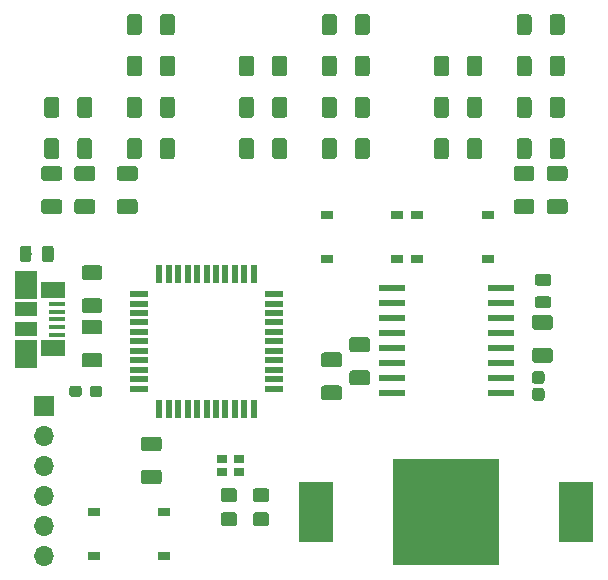
<source format=gbr>
G04 #@! TF.GenerationSoftware,KiCad,Pcbnew,5.1.4+dfsg1-1*
G04 #@! TF.CreationDate,2020-03-29T20:15:13+02:00*
G04 #@! TF.ProjectId,TPSE Glass,54505345-2047-46c6-9173-732e6b696361,rev?*
G04 #@! TF.SameCoordinates,Original*
G04 #@! TF.FileFunction,Paste,Top*
G04 #@! TF.FilePolarity,Positive*
%FSLAX46Y46*%
G04 Gerber Fmt 4.6, Leading zero omitted, Abs format (unit mm)*
G04 Created by KiCad (PCBNEW 5.1.4+dfsg1-1) date 2020-03-29 20:15:13*
%MOMM*%
%LPD*%
G04 APERTURE LIST*
%ADD10C,0.100000*%
%ADD11C,0.975000*%
%ADD12C,1.050000*%
%ADD13C,1.150000*%
%ADD14C,1.250000*%
%ADD15R,9.000000X9.000000*%
%ADD16R,3.000000X5.100000*%
%ADD17R,2.200000X0.600000*%
%ADD18R,1.380000X0.450000*%
%ADD19R,2.100000X1.475000*%
%ADD20R,1.900000X2.375000*%
%ADD21R,1.900000X1.175000*%
%ADD22R,1.500000X0.550000*%
%ADD23R,0.550000X1.500000*%
%ADD24R,0.900000X0.800000*%
%ADD25C,0.950000*%
%ADD26R,1.700000X1.700000*%
%ADD27O,1.700000X1.700000*%
%ADD28R,1.000000X0.700000*%
G04 APERTURE END LIST*
D10*
G36*
X45680142Y-26501174D02*
G01*
X45703803Y-26504684D01*
X45727007Y-26510496D01*
X45749529Y-26518554D01*
X45771153Y-26528782D01*
X45791670Y-26541079D01*
X45810883Y-26555329D01*
X45828607Y-26571393D01*
X45844671Y-26589117D01*
X45858921Y-26608330D01*
X45871218Y-26628847D01*
X45881446Y-26650471D01*
X45889504Y-26672993D01*
X45895316Y-26696197D01*
X45898826Y-26719858D01*
X45900000Y-26743750D01*
X45900000Y-27231250D01*
X45898826Y-27255142D01*
X45895316Y-27278803D01*
X45889504Y-27302007D01*
X45881446Y-27324529D01*
X45871218Y-27346153D01*
X45858921Y-27366670D01*
X45844671Y-27385883D01*
X45828607Y-27403607D01*
X45810883Y-27419671D01*
X45791670Y-27433921D01*
X45771153Y-27446218D01*
X45749529Y-27456446D01*
X45727007Y-27464504D01*
X45703803Y-27470316D01*
X45680142Y-27473826D01*
X45656250Y-27475000D01*
X44743750Y-27475000D01*
X44719858Y-27473826D01*
X44696197Y-27470316D01*
X44672993Y-27464504D01*
X44650471Y-27456446D01*
X44628847Y-27446218D01*
X44608330Y-27433921D01*
X44589117Y-27419671D01*
X44571393Y-27403607D01*
X44555329Y-27385883D01*
X44541079Y-27366670D01*
X44528782Y-27346153D01*
X44518554Y-27324529D01*
X44510496Y-27302007D01*
X44504684Y-27278803D01*
X44501174Y-27255142D01*
X44500000Y-27231250D01*
X44500000Y-26743750D01*
X44501174Y-26719858D01*
X44504684Y-26696197D01*
X44510496Y-26672993D01*
X44518554Y-26650471D01*
X44528782Y-26628847D01*
X44541079Y-26608330D01*
X44555329Y-26589117D01*
X44571393Y-26571393D01*
X44589117Y-26555329D01*
X44608330Y-26541079D01*
X44628847Y-26528782D01*
X44650471Y-26518554D01*
X44672993Y-26510496D01*
X44696197Y-26504684D01*
X44719858Y-26501174D01*
X44743750Y-26500000D01*
X45656250Y-26500000D01*
X45680142Y-26501174D01*
X45680142Y-26501174D01*
G37*
D11*
X45200000Y-26987500D03*
D10*
G36*
X45680142Y-24626174D02*
G01*
X45703803Y-24629684D01*
X45727007Y-24635496D01*
X45749529Y-24643554D01*
X45771153Y-24653782D01*
X45791670Y-24666079D01*
X45810883Y-24680329D01*
X45828607Y-24696393D01*
X45844671Y-24714117D01*
X45858921Y-24733330D01*
X45871218Y-24753847D01*
X45881446Y-24775471D01*
X45889504Y-24797993D01*
X45895316Y-24821197D01*
X45898826Y-24844858D01*
X45900000Y-24868750D01*
X45900000Y-25356250D01*
X45898826Y-25380142D01*
X45895316Y-25403803D01*
X45889504Y-25427007D01*
X45881446Y-25449529D01*
X45871218Y-25471153D01*
X45858921Y-25491670D01*
X45844671Y-25510883D01*
X45828607Y-25528607D01*
X45810883Y-25544671D01*
X45791670Y-25558921D01*
X45771153Y-25571218D01*
X45749529Y-25581446D01*
X45727007Y-25589504D01*
X45703803Y-25595316D01*
X45680142Y-25598826D01*
X45656250Y-25600000D01*
X44743750Y-25600000D01*
X44719858Y-25598826D01*
X44696197Y-25595316D01*
X44672993Y-25589504D01*
X44650471Y-25581446D01*
X44628847Y-25571218D01*
X44608330Y-25558921D01*
X44589117Y-25544671D01*
X44571393Y-25528607D01*
X44555329Y-25510883D01*
X44541079Y-25491670D01*
X44528782Y-25471153D01*
X44518554Y-25449529D01*
X44510496Y-25427007D01*
X44504684Y-25403803D01*
X44501174Y-25380142D01*
X44500000Y-25356250D01*
X44500000Y-24868750D01*
X44501174Y-24844858D01*
X44504684Y-24821197D01*
X44510496Y-24797993D01*
X44518554Y-24775471D01*
X44528782Y-24753847D01*
X44541079Y-24733330D01*
X44555329Y-24714117D01*
X44571393Y-24696393D01*
X44589117Y-24680329D01*
X44608330Y-24666079D01*
X44628847Y-24653782D01*
X44650471Y-24643554D01*
X44672993Y-24635496D01*
X44696197Y-24629684D01*
X44719858Y-24626174D01*
X44743750Y-24625000D01*
X45656250Y-24625000D01*
X45680142Y-24626174D01*
X45680142Y-24626174D01*
G37*
D11*
X45200000Y-25112500D03*
D10*
G36*
X45099505Y-32838704D02*
G01*
X45123773Y-32842304D01*
X45147572Y-32848265D01*
X45170671Y-32856530D01*
X45192850Y-32867020D01*
X45213893Y-32879632D01*
X45233599Y-32894247D01*
X45251777Y-32910723D01*
X45268253Y-32928901D01*
X45282868Y-32948607D01*
X45295480Y-32969650D01*
X45305970Y-32991829D01*
X45314235Y-33014928D01*
X45320196Y-33038727D01*
X45323796Y-33062995D01*
X45325000Y-33087499D01*
X45325000Y-33662501D01*
X45323796Y-33687005D01*
X45320196Y-33711273D01*
X45314235Y-33735072D01*
X45305970Y-33758171D01*
X45295480Y-33780350D01*
X45282868Y-33801393D01*
X45268253Y-33821099D01*
X45251777Y-33839277D01*
X45233599Y-33855753D01*
X45213893Y-33870368D01*
X45192850Y-33882980D01*
X45170671Y-33893470D01*
X45147572Y-33901735D01*
X45123773Y-33907696D01*
X45099505Y-33911296D01*
X45075001Y-33912500D01*
X44524999Y-33912500D01*
X44500495Y-33911296D01*
X44476227Y-33907696D01*
X44452428Y-33901735D01*
X44429329Y-33893470D01*
X44407150Y-33882980D01*
X44386107Y-33870368D01*
X44366401Y-33855753D01*
X44348223Y-33839277D01*
X44331747Y-33821099D01*
X44317132Y-33801393D01*
X44304520Y-33780350D01*
X44294030Y-33758171D01*
X44285765Y-33735072D01*
X44279804Y-33711273D01*
X44276204Y-33687005D01*
X44275000Y-33662501D01*
X44275000Y-33087499D01*
X44276204Y-33062995D01*
X44279804Y-33038727D01*
X44285765Y-33014928D01*
X44294030Y-32991829D01*
X44304520Y-32969650D01*
X44317132Y-32948607D01*
X44331747Y-32928901D01*
X44348223Y-32910723D01*
X44366401Y-32894247D01*
X44386107Y-32879632D01*
X44407150Y-32867020D01*
X44429329Y-32856530D01*
X44452428Y-32848265D01*
X44476227Y-32842304D01*
X44500495Y-32838704D01*
X44524999Y-32837500D01*
X45075001Y-32837500D01*
X45099505Y-32838704D01*
X45099505Y-32838704D01*
G37*
D12*
X44800000Y-33375000D03*
D10*
G36*
X45099505Y-34263704D02*
G01*
X45123773Y-34267304D01*
X45147572Y-34273265D01*
X45170671Y-34281530D01*
X45192850Y-34292020D01*
X45213893Y-34304632D01*
X45233599Y-34319247D01*
X45251777Y-34335723D01*
X45268253Y-34353901D01*
X45282868Y-34373607D01*
X45295480Y-34394650D01*
X45305970Y-34416829D01*
X45314235Y-34439928D01*
X45320196Y-34463727D01*
X45323796Y-34487995D01*
X45325000Y-34512499D01*
X45325000Y-35087501D01*
X45323796Y-35112005D01*
X45320196Y-35136273D01*
X45314235Y-35160072D01*
X45305970Y-35183171D01*
X45295480Y-35205350D01*
X45282868Y-35226393D01*
X45268253Y-35246099D01*
X45251777Y-35264277D01*
X45233599Y-35280753D01*
X45213893Y-35295368D01*
X45192850Y-35307980D01*
X45170671Y-35318470D01*
X45147572Y-35326735D01*
X45123773Y-35332696D01*
X45099505Y-35336296D01*
X45075001Y-35337500D01*
X44524999Y-35337500D01*
X44500495Y-35336296D01*
X44476227Y-35332696D01*
X44452428Y-35326735D01*
X44429329Y-35318470D01*
X44407150Y-35307980D01*
X44386107Y-35295368D01*
X44366401Y-35280753D01*
X44348223Y-35264277D01*
X44331747Y-35246099D01*
X44317132Y-35226393D01*
X44304520Y-35205350D01*
X44294030Y-35183171D01*
X44285765Y-35160072D01*
X44279804Y-35136273D01*
X44276204Y-35112005D01*
X44275000Y-35087501D01*
X44275000Y-34512499D01*
X44276204Y-34487995D01*
X44279804Y-34463727D01*
X44285765Y-34439928D01*
X44294030Y-34416829D01*
X44304520Y-34394650D01*
X44317132Y-34373607D01*
X44331747Y-34353901D01*
X44348223Y-34335723D01*
X44366401Y-34319247D01*
X44386107Y-34304632D01*
X44407150Y-34292020D01*
X44429329Y-34281530D01*
X44452428Y-34273265D01*
X44476227Y-34267304D01*
X44500495Y-34263704D01*
X44524999Y-34262500D01*
X45075001Y-34262500D01*
X45099505Y-34263704D01*
X45099505Y-34263704D01*
G37*
D12*
X44800000Y-34800000D03*
D10*
G36*
X21799505Y-44801204D02*
G01*
X21823773Y-44804804D01*
X21847572Y-44810765D01*
X21870671Y-44819030D01*
X21892850Y-44829520D01*
X21913893Y-44842132D01*
X21933599Y-44856747D01*
X21951777Y-44873223D01*
X21968253Y-44891401D01*
X21982868Y-44911107D01*
X21995480Y-44932150D01*
X22005970Y-44954329D01*
X22014235Y-44977428D01*
X22020196Y-45001227D01*
X22023796Y-45025495D01*
X22025000Y-45049999D01*
X22025000Y-45700001D01*
X22023796Y-45724505D01*
X22020196Y-45748773D01*
X22014235Y-45772572D01*
X22005970Y-45795671D01*
X21995480Y-45817850D01*
X21982868Y-45838893D01*
X21968253Y-45858599D01*
X21951777Y-45876777D01*
X21933599Y-45893253D01*
X21913893Y-45907868D01*
X21892850Y-45920480D01*
X21870671Y-45930970D01*
X21847572Y-45939235D01*
X21823773Y-45945196D01*
X21799505Y-45948796D01*
X21775001Y-45950000D01*
X20874999Y-45950000D01*
X20850495Y-45948796D01*
X20826227Y-45945196D01*
X20802428Y-45939235D01*
X20779329Y-45930970D01*
X20757150Y-45920480D01*
X20736107Y-45907868D01*
X20716401Y-45893253D01*
X20698223Y-45876777D01*
X20681747Y-45858599D01*
X20667132Y-45838893D01*
X20654520Y-45817850D01*
X20644030Y-45795671D01*
X20635765Y-45772572D01*
X20629804Y-45748773D01*
X20626204Y-45724505D01*
X20625000Y-45700001D01*
X20625000Y-45049999D01*
X20626204Y-45025495D01*
X20629804Y-45001227D01*
X20635765Y-44977428D01*
X20644030Y-44954329D01*
X20654520Y-44932150D01*
X20667132Y-44911107D01*
X20681747Y-44891401D01*
X20698223Y-44873223D01*
X20716401Y-44856747D01*
X20736107Y-44842132D01*
X20757150Y-44829520D01*
X20779329Y-44819030D01*
X20802428Y-44810765D01*
X20826227Y-44804804D01*
X20850495Y-44801204D01*
X20874999Y-44800000D01*
X21775001Y-44800000D01*
X21799505Y-44801204D01*
X21799505Y-44801204D01*
G37*
D13*
X21325000Y-45375000D03*
D10*
G36*
X21799505Y-42751204D02*
G01*
X21823773Y-42754804D01*
X21847572Y-42760765D01*
X21870671Y-42769030D01*
X21892850Y-42779520D01*
X21913893Y-42792132D01*
X21933599Y-42806747D01*
X21951777Y-42823223D01*
X21968253Y-42841401D01*
X21982868Y-42861107D01*
X21995480Y-42882150D01*
X22005970Y-42904329D01*
X22014235Y-42927428D01*
X22020196Y-42951227D01*
X22023796Y-42975495D01*
X22025000Y-42999999D01*
X22025000Y-43650001D01*
X22023796Y-43674505D01*
X22020196Y-43698773D01*
X22014235Y-43722572D01*
X22005970Y-43745671D01*
X21995480Y-43767850D01*
X21982868Y-43788893D01*
X21968253Y-43808599D01*
X21951777Y-43826777D01*
X21933599Y-43843253D01*
X21913893Y-43857868D01*
X21892850Y-43870480D01*
X21870671Y-43880970D01*
X21847572Y-43889235D01*
X21823773Y-43895196D01*
X21799505Y-43898796D01*
X21775001Y-43900000D01*
X20874999Y-43900000D01*
X20850495Y-43898796D01*
X20826227Y-43895196D01*
X20802428Y-43889235D01*
X20779329Y-43880970D01*
X20757150Y-43870480D01*
X20736107Y-43857868D01*
X20716401Y-43843253D01*
X20698223Y-43826777D01*
X20681747Y-43808599D01*
X20667132Y-43788893D01*
X20654520Y-43767850D01*
X20644030Y-43745671D01*
X20635765Y-43722572D01*
X20629804Y-43698773D01*
X20626204Y-43674505D01*
X20625000Y-43650001D01*
X20625000Y-42999999D01*
X20626204Y-42975495D01*
X20629804Y-42951227D01*
X20635765Y-42927428D01*
X20644030Y-42904329D01*
X20654520Y-42882150D01*
X20667132Y-42861107D01*
X20681747Y-42841401D01*
X20698223Y-42823223D01*
X20716401Y-42806747D01*
X20736107Y-42792132D01*
X20757150Y-42779520D01*
X20779329Y-42769030D01*
X20802428Y-42760765D01*
X20826227Y-42754804D01*
X20850495Y-42751204D01*
X20874999Y-42750000D01*
X21775001Y-42750000D01*
X21799505Y-42751204D01*
X21799505Y-42751204D01*
G37*
D13*
X21325000Y-43325000D03*
D10*
G36*
X45799504Y-30876204D02*
G01*
X45823773Y-30879804D01*
X45847571Y-30885765D01*
X45870671Y-30894030D01*
X45892849Y-30904520D01*
X45913893Y-30917133D01*
X45933598Y-30931747D01*
X45951777Y-30948223D01*
X45968253Y-30966402D01*
X45982867Y-30986107D01*
X45995480Y-31007151D01*
X46005970Y-31029329D01*
X46014235Y-31052429D01*
X46020196Y-31076227D01*
X46023796Y-31100496D01*
X46025000Y-31125000D01*
X46025000Y-31875000D01*
X46023796Y-31899504D01*
X46020196Y-31923773D01*
X46014235Y-31947571D01*
X46005970Y-31970671D01*
X45995480Y-31992849D01*
X45982867Y-32013893D01*
X45968253Y-32033598D01*
X45951777Y-32051777D01*
X45933598Y-32068253D01*
X45913893Y-32082867D01*
X45892849Y-32095480D01*
X45870671Y-32105970D01*
X45847571Y-32114235D01*
X45823773Y-32120196D01*
X45799504Y-32123796D01*
X45775000Y-32125000D01*
X44525000Y-32125000D01*
X44500496Y-32123796D01*
X44476227Y-32120196D01*
X44452429Y-32114235D01*
X44429329Y-32105970D01*
X44407151Y-32095480D01*
X44386107Y-32082867D01*
X44366402Y-32068253D01*
X44348223Y-32051777D01*
X44331747Y-32033598D01*
X44317133Y-32013893D01*
X44304520Y-31992849D01*
X44294030Y-31970671D01*
X44285765Y-31947571D01*
X44279804Y-31923773D01*
X44276204Y-31899504D01*
X44275000Y-31875000D01*
X44275000Y-31125000D01*
X44276204Y-31100496D01*
X44279804Y-31076227D01*
X44285765Y-31052429D01*
X44294030Y-31029329D01*
X44304520Y-31007151D01*
X44317133Y-30986107D01*
X44331747Y-30966402D01*
X44348223Y-30948223D01*
X44366402Y-30931747D01*
X44386107Y-30917133D01*
X44407151Y-30904520D01*
X44429329Y-30894030D01*
X44452429Y-30885765D01*
X44476227Y-30879804D01*
X44500496Y-30876204D01*
X44525000Y-30875000D01*
X45775000Y-30875000D01*
X45799504Y-30876204D01*
X45799504Y-30876204D01*
G37*
D14*
X45150000Y-31500000D03*
D10*
G36*
X45799504Y-28076204D02*
G01*
X45823773Y-28079804D01*
X45847571Y-28085765D01*
X45870671Y-28094030D01*
X45892849Y-28104520D01*
X45913893Y-28117133D01*
X45933598Y-28131747D01*
X45951777Y-28148223D01*
X45968253Y-28166402D01*
X45982867Y-28186107D01*
X45995480Y-28207151D01*
X46005970Y-28229329D01*
X46014235Y-28252429D01*
X46020196Y-28276227D01*
X46023796Y-28300496D01*
X46025000Y-28325000D01*
X46025000Y-29075000D01*
X46023796Y-29099504D01*
X46020196Y-29123773D01*
X46014235Y-29147571D01*
X46005970Y-29170671D01*
X45995480Y-29192849D01*
X45982867Y-29213893D01*
X45968253Y-29233598D01*
X45951777Y-29251777D01*
X45933598Y-29268253D01*
X45913893Y-29282867D01*
X45892849Y-29295480D01*
X45870671Y-29305970D01*
X45847571Y-29314235D01*
X45823773Y-29320196D01*
X45799504Y-29323796D01*
X45775000Y-29325000D01*
X44525000Y-29325000D01*
X44500496Y-29323796D01*
X44476227Y-29320196D01*
X44452429Y-29314235D01*
X44429329Y-29305970D01*
X44407151Y-29295480D01*
X44386107Y-29282867D01*
X44366402Y-29268253D01*
X44348223Y-29251777D01*
X44331747Y-29233598D01*
X44317133Y-29213893D01*
X44304520Y-29192849D01*
X44294030Y-29170671D01*
X44285765Y-29147571D01*
X44279804Y-29123773D01*
X44276204Y-29099504D01*
X44275000Y-29075000D01*
X44275000Y-28325000D01*
X44276204Y-28300496D01*
X44279804Y-28276227D01*
X44285765Y-28252429D01*
X44294030Y-28229329D01*
X44304520Y-28207151D01*
X44317133Y-28186107D01*
X44331747Y-28166402D01*
X44348223Y-28148223D01*
X44366402Y-28131747D01*
X44386107Y-28117133D01*
X44407151Y-28104520D01*
X44429329Y-28094030D01*
X44452429Y-28085765D01*
X44476227Y-28079804D01*
X44500496Y-28076204D01*
X44525000Y-28075000D01*
X45775000Y-28075000D01*
X45799504Y-28076204D01*
X45799504Y-28076204D01*
G37*
D14*
X45150000Y-28700000D03*
D10*
G36*
X12674504Y-41176204D02*
G01*
X12698773Y-41179804D01*
X12722571Y-41185765D01*
X12745671Y-41194030D01*
X12767849Y-41204520D01*
X12788893Y-41217133D01*
X12808598Y-41231747D01*
X12826777Y-41248223D01*
X12843253Y-41266402D01*
X12857867Y-41286107D01*
X12870480Y-41307151D01*
X12880970Y-41329329D01*
X12889235Y-41352429D01*
X12895196Y-41376227D01*
X12898796Y-41400496D01*
X12900000Y-41425000D01*
X12900000Y-42175000D01*
X12898796Y-42199504D01*
X12895196Y-42223773D01*
X12889235Y-42247571D01*
X12880970Y-42270671D01*
X12870480Y-42292849D01*
X12857867Y-42313893D01*
X12843253Y-42333598D01*
X12826777Y-42351777D01*
X12808598Y-42368253D01*
X12788893Y-42382867D01*
X12767849Y-42395480D01*
X12745671Y-42405970D01*
X12722571Y-42414235D01*
X12698773Y-42420196D01*
X12674504Y-42423796D01*
X12650000Y-42425000D01*
X11400000Y-42425000D01*
X11375496Y-42423796D01*
X11351227Y-42420196D01*
X11327429Y-42414235D01*
X11304329Y-42405970D01*
X11282151Y-42395480D01*
X11261107Y-42382867D01*
X11241402Y-42368253D01*
X11223223Y-42351777D01*
X11206747Y-42333598D01*
X11192133Y-42313893D01*
X11179520Y-42292849D01*
X11169030Y-42270671D01*
X11160765Y-42247571D01*
X11154804Y-42223773D01*
X11151204Y-42199504D01*
X11150000Y-42175000D01*
X11150000Y-41425000D01*
X11151204Y-41400496D01*
X11154804Y-41376227D01*
X11160765Y-41352429D01*
X11169030Y-41329329D01*
X11179520Y-41307151D01*
X11192133Y-41286107D01*
X11206747Y-41266402D01*
X11223223Y-41248223D01*
X11241402Y-41231747D01*
X11261107Y-41217133D01*
X11282151Y-41204520D01*
X11304329Y-41194030D01*
X11327429Y-41185765D01*
X11351227Y-41179804D01*
X11375496Y-41176204D01*
X11400000Y-41175000D01*
X12650000Y-41175000D01*
X12674504Y-41176204D01*
X12674504Y-41176204D01*
G37*
D14*
X12025000Y-41800000D03*
D10*
G36*
X12674504Y-38376204D02*
G01*
X12698773Y-38379804D01*
X12722571Y-38385765D01*
X12745671Y-38394030D01*
X12767849Y-38404520D01*
X12788893Y-38417133D01*
X12808598Y-38431747D01*
X12826777Y-38448223D01*
X12843253Y-38466402D01*
X12857867Y-38486107D01*
X12870480Y-38507151D01*
X12880970Y-38529329D01*
X12889235Y-38552429D01*
X12895196Y-38576227D01*
X12898796Y-38600496D01*
X12900000Y-38625000D01*
X12900000Y-39375000D01*
X12898796Y-39399504D01*
X12895196Y-39423773D01*
X12889235Y-39447571D01*
X12880970Y-39470671D01*
X12870480Y-39492849D01*
X12857867Y-39513893D01*
X12843253Y-39533598D01*
X12826777Y-39551777D01*
X12808598Y-39568253D01*
X12788893Y-39582867D01*
X12767849Y-39595480D01*
X12745671Y-39605970D01*
X12722571Y-39614235D01*
X12698773Y-39620196D01*
X12674504Y-39623796D01*
X12650000Y-39625000D01*
X11400000Y-39625000D01*
X11375496Y-39623796D01*
X11351227Y-39620196D01*
X11327429Y-39614235D01*
X11304329Y-39605970D01*
X11282151Y-39595480D01*
X11261107Y-39582867D01*
X11241402Y-39568253D01*
X11223223Y-39551777D01*
X11206747Y-39533598D01*
X11192133Y-39513893D01*
X11179520Y-39492849D01*
X11169030Y-39470671D01*
X11160765Y-39447571D01*
X11154804Y-39423773D01*
X11151204Y-39399504D01*
X11150000Y-39375000D01*
X11150000Y-38625000D01*
X11151204Y-38600496D01*
X11154804Y-38576227D01*
X11160765Y-38552429D01*
X11169030Y-38529329D01*
X11179520Y-38507151D01*
X11192133Y-38486107D01*
X11206747Y-38466402D01*
X11223223Y-38448223D01*
X11241402Y-38431747D01*
X11261107Y-38417133D01*
X11282151Y-38404520D01*
X11304329Y-38394030D01*
X11327429Y-38385765D01*
X11351227Y-38379804D01*
X11375496Y-38376204D01*
X11400000Y-38375000D01*
X12650000Y-38375000D01*
X12674504Y-38376204D01*
X12674504Y-38376204D01*
G37*
D14*
X12025000Y-39000000D03*
D10*
G36*
X19074505Y-42751204D02*
G01*
X19098773Y-42754804D01*
X19122572Y-42760765D01*
X19145671Y-42769030D01*
X19167850Y-42779520D01*
X19188893Y-42792132D01*
X19208599Y-42806747D01*
X19226777Y-42823223D01*
X19243253Y-42841401D01*
X19257868Y-42861107D01*
X19270480Y-42882150D01*
X19280970Y-42904329D01*
X19289235Y-42927428D01*
X19295196Y-42951227D01*
X19298796Y-42975495D01*
X19300000Y-42999999D01*
X19300000Y-43650001D01*
X19298796Y-43674505D01*
X19295196Y-43698773D01*
X19289235Y-43722572D01*
X19280970Y-43745671D01*
X19270480Y-43767850D01*
X19257868Y-43788893D01*
X19243253Y-43808599D01*
X19226777Y-43826777D01*
X19208599Y-43843253D01*
X19188893Y-43857868D01*
X19167850Y-43870480D01*
X19145671Y-43880970D01*
X19122572Y-43889235D01*
X19098773Y-43895196D01*
X19074505Y-43898796D01*
X19050001Y-43900000D01*
X18149999Y-43900000D01*
X18125495Y-43898796D01*
X18101227Y-43895196D01*
X18077428Y-43889235D01*
X18054329Y-43880970D01*
X18032150Y-43870480D01*
X18011107Y-43857868D01*
X17991401Y-43843253D01*
X17973223Y-43826777D01*
X17956747Y-43808599D01*
X17942132Y-43788893D01*
X17929520Y-43767850D01*
X17919030Y-43745671D01*
X17910765Y-43722572D01*
X17904804Y-43698773D01*
X17901204Y-43674505D01*
X17900000Y-43650001D01*
X17900000Y-42999999D01*
X17901204Y-42975495D01*
X17904804Y-42951227D01*
X17910765Y-42927428D01*
X17919030Y-42904329D01*
X17929520Y-42882150D01*
X17942132Y-42861107D01*
X17956747Y-42841401D01*
X17973223Y-42823223D01*
X17991401Y-42806747D01*
X18011107Y-42792132D01*
X18032150Y-42779520D01*
X18054329Y-42769030D01*
X18077428Y-42760765D01*
X18101227Y-42754804D01*
X18125495Y-42751204D01*
X18149999Y-42750000D01*
X19050001Y-42750000D01*
X19074505Y-42751204D01*
X19074505Y-42751204D01*
G37*
D13*
X18600000Y-43325000D03*
D10*
G36*
X19074505Y-44801204D02*
G01*
X19098773Y-44804804D01*
X19122572Y-44810765D01*
X19145671Y-44819030D01*
X19167850Y-44829520D01*
X19188893Y-44842132D01*
X19208599Y-44856747D01*
X19226777Y-44873223D01*
X19243253Y-44891401D01*
X19257868Y-44911107D01*
X19270480Y-44932150D01*
X19280970Y-44954329D01*
X19289235Y-44977428D01*
X19295196Y-45001227D01*
X19298796Y-45025495D01*
X19300000Y-45049999D01*
X19300000Y-45700001D01*
X19298796Y-45724505D01*
X19295196Y-45748773D01*
X19289235Y-45772572D01*
X19280970Y-45795671D01*
X19270480Y-45817850D01*
X19257868Y-45838893D01*
X19243253Y-45858599D01*
X19226777Y-45876777D01*
X19208599Y-45893253D01*
X19188893Y-45907868D01*
X19167850Y-45920480D01*
X19145671Y-45930970D01*
X19122572Y-45939235D01*
X19098773Y-45945196D01*
X19074505Y-45948796D01*
X19050001Y-45950000D01*
X18149999Y-45950000D01*
X18125495Y-45948796D01*
X18101227Y-45945196D01*
X18077428Y-45939235D01*
X18054329Y-45930970D01*
X18032150Y-45920480D01*
X18011107Y-45907868D01*
X17991401Y-45893253D01*
X17973223Y-45876777D01*
X17956747Y-45858599D01*
X17942132Y-45838893D01*
X17929520Y-45817850D01*
X17919030Y-45795671D01*
X17910765Y-45772572D01*
X17904804Y-45748773D01*
X17901204Y-45724505D01*
X17900000Y-45700001D01*
X17900000Y-45049999D01*
X17901204Y-45025495D01*
X17904804Y-45001227D01*
X17910765Y-44977428D01*
X17919030Y-44954329D01*
X17929520Y-44932150D01*
X17942132Y-44911107D01*
X17956747Y-44891401D01*
X17973223Y-44873223D01*
X17991401Y-44856747D01*
X18011107Y-44842132D01*
X18032150Y-44829520D01*
X18054329Y-44819030D01*
X18077428Y-44810765D01*
X18101227Y-44804804D01*
X18125495Y-44801204D01*
X18149999Y-44800000D01*
X19050001Y-44800000D01*
X19074505Y-44801204D01*
X19074505Y-44801204D01*
G37*
D13*
X18600000Y-45375000D03*
D15*
X36975000Y-44800000D03*
D16*
X25975000Y-44800000D03*
X47975000Y-44800000D03*
D17*
X41625000Y-33400000D03*
X32425000Y-30860000D03*
X41625000Y-34670000D03*
X41625000Y-32130000D03*
X41625000Y-30860000D03*
X32425000Y-32130000D03*
X32425000Y-29590000D03*
X32425000Y-28320000D03*
X41625000Y-28320000D03*
X32425000Y-25780000D03*
X41625000Y-29590000D03*
X41625000Y-27050000D03*
X32425000Y-27050000D03*
X41625000Y-25780000D03*
X32425000Y-33400000D03*
X32425000Y-34670000D03*
D10*
G36*
X27949504Y-31251204D02*
G01*
X27973773Y-31254804D01*
X27997571Y-31260765D01*
X28020671Y-31269030D01*
X28042849Y-31279520D01*
X28063893Y-31292133D01*
X28083598Y-31306747D01*
X28101777Y-31323223D01*
X28118253Y-31341402D01*
X28132867Y-31361107D01*
X28145480Y-31382151D01*
X28155970Y-31404329D01*
X28164235Y-31427429D01*
X28170196Y-31451227D01*
X28173796Y-31475496D01*
X28175000Y-31500000D01*
X28175000Y-32250000D01*
X28173796Y-32274504D01*
X28170196Y-32298773D01*
X28164235Y-32322571D01*
X28155970Y-32345671D01*
X28145480Y-32367849D01*
X28132867Y-32388893D01*
X28118253Y-32408598D01*
X28101777Y-32426777D01*
X28083598Y-32443253D01*
X28063893Y-32457867D01*
X28042849Y-32470480D01*
X28020671Y-32480970D01*
X27997571Y-32489235D01*
X27973773Y-32495196D01*
X27949504Y-32498796D01*
X27925000Y-32500000D01*
X26675000Y-32500000D01*
X26650496Y-32498796D01*
X26626227Y-32495196D01*
X26602429Y-32489235D01*
X26579329Y-32480970D01*
X26557151Y-32470480D01*
X26536107Y-32457867D01*
X26516402Y-32443253D01*
X26498223Y-32426777D01*
X26481747Y-32408598D01*
X26467133Y-32388893D01*
X26454520Y-32367849D01*
X26444030Y-32345671D01*
X26435765Y-32322571D01*
X26429804Y-32298773D01*
X26426204Y-32274504D01*
X26425000Y-32250000D01*
X26425000Y-31500000D01*
X26426204Y-31475496D01*
X26429804Y-31451227D01*
X26435765Y-31427429D01*
X26444030Y-31404329D01*
X26454520Y-31382151D01*
X26467133Y-31361107D01*
X26481747Y-31341402D01*
X26498223Y-31323223D01*
X26516402Y-31306747D01*
X26536107Y-31292133D01*
X26557151Y-31279520D01*
X26579329Y-31269030D01*
X26602429Y-31260765D01*
X26626227Y-31254804D01*
X26650496Y-31251204D01*
X26675000Y-31250000D01*
X27925000Y-31250000D01*
X27949504Y-31251204D01*
X27949504Y-31251204D01*
G37*
D14*
X27300000Y-31875000D03*
D10*
G36*
X27949504Y-34051204D02*
G01*
X27973773Y-34054804D01*
X27997571Y-34060765D01*
X28020671Y-34069030D01*
X28042849Y-34079520D01*
X28063893Y-34092133D01*
X28083598Y-34106747D01*
X28101777Y-34123223D01*
X28118253Y-34141402D01*
X28132867Y-34161107D01*
X28145480Y-34182151D01*
X28155970Y-34204329D01*
X28164235Y-34227429D01*
X28170196Y-34251227D01*
X28173796Y-34275496D01*
X28175000Y-34300000D01*
X28175000Y-35050000D01*
X28173796Y-35074504D01*
X28170196Y-35098773D01*
X28164235Y-35122571D01*
X28155970Y-35145671D01*
X28145480Y-35167849D01*
X28132867Y-35188893D01*
X28118253Y-35208598D01*
X28101777Y-35226777D01*
X28083598Y-35243253D01*
X28063893Y-35257867D01*
X28042849Y-35270480D01*
X28020671Y-35280970D01*
X27997571Y-35289235D01*
X27973773Y-35295196D01*
X27949504Y-35298796D01*
X27925000Y-35300000D01*
X26675000Y-35300000D01*
X26650496Y-35298796D01*
X26626227Y-35295196D01*
X26602429Y-35289235D01*
X26579329Y-35280970D01*
X26557151Y-35270480D01*
X26536107Y-35257867D01*
X26516402Y-35243253D01*
X26498223Y-35226777D01*
X26481747Y-35208598D01*
X26467133Y-35188893D01*
X26454520Y-35167849D01*
X26444030Y-35145671D01*
X26435765Y-35122571D01*
X26429804Y-35098773D01*
X26426204Y-35074504D01*
X26425000Y-35050000D01*
X26425000Y-34300000D01*
X26426204Y-34275496D01*
X26429804Y-34251227D01*
X26435765Y-34227429D01*
X26444030Y-34204329D01*
X26454520Y-34182151D01*
X26467133Y-34161107D01*
X26481747Y-34141402D01*
X26498223Y-34123223D01*
X26516402Y-34106747D01*
X26536107Y-34092133D01*
X26557151Y-34079520D01*
X26579329Y-34069030D01*
X26602429Y-34060765D01*
X26626227Y-34054804D01*
X26650496Y-34051204D01*
X26675000Y-34050000D01*
X27925000Y-34050000D01*
X27949504Y-34051204D01*
X27949504Y-34051204D01*
G37*
D14*
X27300000Y-34675000D03*
D10*
G36*
X30324504Y-32776204D02*
G01*
X30348773Y-32779804D01*
X30372571Y-32785765D01*
X30395671Y-32794030D01*
X30417849Y-32804520D01*
X30438893Y-32817133D01*
X30458598Y-32831747D01*
X30476777Y-32848223D01*
X30493253Y-32866402D01*
X30507867Y-32886107D01*
X30520480Y-32907151D01*
X30530970Y-32929329D01*
X30539235Y-32952429D01*
X30545196Y-32976227D01*
X30548796Y-33000496D01*
X30550000Y-33025000D01*
X30550000Y-33775000D01*
X30548796Y-33799504D01*
X30545196Y-33823773D01*
X30539235Y-33847571D01*
X30530970Y-33870671D01*
X30520480Y-33892849D01*
X30507867Y-33913893D01*
X30493253Y-33933598D01*
X30476777Y-33951777D01*
X30458598Y-33968253D01*
X30438893Y-33982867D01*
X30417849Y-33995480D01*
X30395671Y-34005970D01*
X30372571Y-34014235D01*
X30348773Y-34020196D01*
X30324504Y-34023796D01*
X30300000Y-34025000D01*
X29050000Y-34025000D01*
X29025496Y-34023796D01*
X29001227Y-34020196D01*
X28977429Y-34014235D01*
X28954329Y-34005970D01*
X28932151Y-33995480D01*
X28911107Y-33982867D01*
X28891402Y-33968253D01*
X28873223Y-33951777D01*
X28856747Y-33933598D01*
X28842133Y-33913893D01*
X28829520Y-33892849D01*
X28819030Y-33870671D01*
X28810765Y-33847571D01*
X28804804Y-33823773D01*
X28801204Y-33799504D01*
X28800000Y-33775000D01*
X28800000Y-33025000D01*
X28801204Y-33000496D01*
X28804804Y-32976227D01*
X28810765Y-32952429D01*
X28819030Y-32929329D01*
X28829520Y-32907151D01*
X28842133Y-32886107D01*
X28856747Y-32866402D01*
X28873223Y-32848223D01*
X28891402Y-32831747D01*
X28911107Y-32817133D01*
X28932151Y-32804520D01*
X28954329Y-32794030D01*
X28977429Y-32785765D01*
X29001227Y-32779804D01*
X29025496Y-32776204D01*
X29050000Y-32775000D01*
X30300000Y-32775000D01*
X30324504Y-32776204D01*
X30324504Y-32776204D01*
G37*
D14*
X29675000Y-33400000D03*
D10*
G36*
X30324504Y-29976204D02*
G01*
X30348773Y-29979804D01*
X30372571Y-29985765D01*
X30395671Y-29994030D01*
X30417849Y-30004520D01*
X30438893Y-30017133D01*
X30458598Y-30031747D01*
X30476777Y-30048223D01*
X30493253Y-30066402D01*
X30507867Y-30086107D01*
X30520480Y-30107151D01*
X30530970Y-30129329D01*
X30539235Y-30152429D01*
X30545196Y-30176227D01*
X30548796Y-30200496D01*
X30550000Y-30225000D01*
X30550000Y-30975000D01*
X30548796Y-30999504D01*
X30545196Y-31023773D01*
X30539235Y-31047571D01*
X30530970Y-31070671D01*
X30520480Y-31092849D01*
X30507867Y-31113893D01*
X30493253Y-31133598D01*
X30476777Y-31151777D01*
X30458598Y-31168253D01*
X30438893Y-31182867D01*
X30417849Y-31195480D01*
X30395671Y-31205970D01*
X30372571Y-31214235D01*
X30348773Y-31220196D01*
X30324504Y-31223796D01*
X30300000Y-31225000D01*
X29050000Y-31225000D01*
X29025496Y-31223796D01*
X29001227Y-31220196D01*
X28977429Y-31214235D01*
X28954329Y-31205970D01*
X28932151Y-31195480D01*
X28911107Y-31182867D01*
X28891402Y-31168253D01*
X28873223Y-31151777D01*
X28856747Y-31133598D01*
X28842133Y-31113893D01*
X28829520Y-31092849D01*
X28819030Y-31070671D01*
X28810765Y-31047571D01*
X28804804Y-31023773D01*
X28801204Y-30999504D01*
X28800000Y-30975000D01*
X28800000Y-30225000D01*
X28801204Y-30200496D01*
X28804804Y-30176227D01*
X28810765Y-30152429D01*
X28819030Y-30129329D01*
X28829520Y-30107151D01*
X28842133Y-30086107D01*
X28856747Y-30066402D01*
X28873223Y-30048223D01*
X28891402Y-30031747D01*
X28911107Y-30017133D01*
X28932151Y-30004520D01*
X28954329Y-29994030D01*
X28977429Y-29985765D01*
X29001227Y-29979804D01*
X29025496Y-29976204D01*
X29050000Y-29975000D01*
X30300000Y-29975000D01*
X30324504Y-29976204D01*
X30324504Y-29976204D01*
G37*
D14*
X29675000Y-30600000D03*
D10*
G36*
X3999504Y-9626204D02*
G01*
X4023773Y-9629804D01*
X4047571Y-9635765D01*
X4070671Y-9644030D01*
X4092849Y-9654520D01*
X4113893Y-9667133D01*
X4133598Y-9681747D01*
X4151777Y-9698223D01*
X4168253Y-9716402D01*
X4182867Y-9736107D01*
X4195480Y-9757151D01*
X4205970Y-9779329D01*
X4214235Y-9802429D01*
X4220196Y-9826227D01*
X4223796Y-9850496D01*
X4225000Y-9875000D01*
X4225000Y-11125000D01*
X4223796Y-11149504D01*
X4220196Y-11173773D01*
X4214235Y-11197571D01*
X4205970Y-11220671D01*
X4195480Y-11242849D01*
X4182867Y-11263893D01*
X4168253Y-11283598D01*
X4151777Y-11301777D01*
X4133598Y-11318253D01*
X4113893Y-11332867D01*
X4092849Y-11345480D01*
X4070671Y-11355970D01*
X4047571Y-11364235D01*
X4023773Y-11370196D01*
X3999504Y-11373796D01*
X3975000Y-11375000D01*
X3225000Y-11375000D01*
X3200496Y-11373796D01*
X3176227Y-11370196D01*
X3152429Y-11364235D01*
X3129329Y-11355970D01*
X3107151Y-11345480D01*
X3086107Y-11332867D01*
X3066402Y-11318253D01*
X3048223Y-11301777D01*
X3031747Y-11283598D01*
X3017133Y-11263893D01*
X3004520Y-11242849D01*
X2994030Y-11220671D01*
X2985765Y-11197571D01*
X2979804Y-11173773D01*
X2976204Y-11149504D01*
X2975000Y-11125000D01*
X2975000Y-9875000D01*
X2976204Y-9850496D01*
X2979804Y-9826227D01*
X2985765Y-9802429D01*
X2994030Y-9779329D01*
X3004520Y-9757151D01*
X3017133Y-9736107D01*
X3031747Y-9716402D01*
X3048223Y-9698223D01*
X3066402Y-9681747D01*
X3086107Y-9667133D01*
X3107151Y-9654520D01*
X3129329Y-9644030D01*
X3152429Y-9635765D01*
X3176227Y-9629804D01*
X3200496Y-9626204D01*
X3225000Y-9625000D01*
X3975000Y-9625000D01*
X3999504Y-9626204D01*
X3999504Y-9626204D01*
G37*
D14*
X3600000Y-10500000D03*
D10*
G36*
X6799504Y-9626204D02*
G01*
X6823773Y-9629804D01*
X6847571Y-9635765D01*
X6870671Y-9644030D01*
X6892849Y-9654520D01*
X6913893Y-9667133D01*
X6933598Y-9681747D01*
X6951777Y-9698223D01*
X6968253Y-9716402D01*
X6982867Y-9736107D01*
X6995480Y-9757151D01*
X7005970Y-9779329D01*
X7014235Y-9802429D01*
X7020196Y-9826227D01*
X7023796Y-9850496D01*
X7025000Y-9875000D01*
X7025000Y-11125000D01*
X7023796Y-11149504D01*
X7020196Y-11173773D01*
X7014235Y-11197571D01*
X7005970Y-11220671D01*
X6995480Y-11242849D01*
X6982867Y-11263893D01*
X6968253Y-11283598D01*
X6951777Y-11301777D01*
X6933598Y-11318253D01*
X6913893Y-11332867D01*
X6892849Y-11345480D01*
X6870671Y-11355970D01*
X6847571Y-11364235D01*
X6823773Y-11370196D01*
X6799504Y-11373796D01*
X6775000Y-11375000D01*
X6025000Y-11375000D01*
X6000496Y-11373796D01*
X5976227Y-11370196D01*
X5952429Y-11364235D01*
X5929329Y-11355970D01*
X5907151Y-11345480D01*
X5886107Y-11332867D01*
X5866402Y-11318253D01*
X5848223Y-11301777D01*
X5831747Y-11283598D01*
X5817133Y-11263893D01*
X5804520Y-11242849D01*
X5794030Y-11220671D01*
X5785765Y-11197571D01*
X5779804Y-11173773D01*
X5776204Y-11149504D01*
X5775000Y-11125000D01*
X5775000Y-9875000D01*
X5776204Y-9850496D01*
X5779804Y-9826227D01*
X5785765Y-9802429D01*
X5794030Y-9779329D01*
X5804520Y-9757151D01*
X5817133Y-9736107D01*
X5831747Y-9716402D01*
X5848223Y-9698223D01*
X5866402Y-9681747D01*
X5886107Y-9667133D01*
X5907151Y-9654520D01*
X5929329Y-9644030D01*
X5952429Y-9635765D01*
X5976227Y-9629804D01*
X6000496Y-9626204D01*
X6025000Y-9625000D01*
X6775000Y-9625000D01*
X6799504Y-9626204D01*
X6799504Y-9626204D01*
G37*
D14*
X6400000Y-10500000D03*
D10*
G36*
X10999504Y-13126204D02*
G01*
X11023773Y-13129804D01*
X11047571Y-13135765D01*
X11070671Y-13144030D01*
X11092849Y-13154520D01*
X11113893Y-13167133D01*
X11133598Y-13181747D01*
X11151777Y-13198223D01*
X11168253Y-13216402D01*
X11182867Y-13236107D01*
X11195480Y-13257151D01*
X11205970Y-13279329D01*
X11214235Y-13302429D01*
X11220196Y-13326227D01*
X11223796Y-13350496D01*
X11225000Y-13375000D01*
X11225000Y-14625000D01*
X11223796Y-14649504D01*
X11220196Y-14673773D01*
X11214235Y-14697571D01*
X11205970Y-14720671D01*
X11195480Y-14742849D01*
X11182867Y-14763893D01*
X11168253Y-14783598D01*
X11151777Y-14801777D01*
X11133598Y-14818253D01*
X11113893Y-14832867D01*
X11092849Y-14845480D01*
X11070671Y-14855970D01*
X11047571Y-14864235D01*
X11023773Y-14870196D01*
X10999504Y-14873796D01*
X10975000Y-14875000D01*
X10225000Y-14875000D01*
X10200496Y-14873796D01*
X10176227Y-14870196D01*
X10152429Y-14864235D01*
X10129329Y-14855970D01*
X10107151Y-14845480D01*
X10086107Y-14832867D01*
X10066402Y-14818253D01*
X10048223Y-14801777D01*
X10031747Y-14783598D01*
X10017133Y-14763893D01*
X10004520Y-14742849D01*
X9994030Y-14720671D01*
X9985765Y-14697571D01*
X9979804Y-14673773D01*
X9976204Y-14649504D01*
X9975000Y-14625000D01*
X9975000Y-13375000D01*
X9976204Y-13350496D01*
X9979804Y-13326227D01*
X9985765Y-13302429D01*
X9994030Y-13279329D01*
X10004520Y-13257151D01*
X10017133Y-13236107D01*
X10031747Y-13216402D01*
X10048223Y-13198223D01*
X10066402Y-13181747D01*
X10086107Y-13167133D01*
X10107151Y-13154520D01*
X10129329Y-13144030D01*
X10152429Y-13135765D01*
X10176227Y-13129804D01*
X10200496Y-13126204D01*
X10225000Y-13125000D01*
X10975000Y-13125000D01*
X10999504Y-13126204D01*
X10999504Y-13126204D01*
G37*
D14*
X10600000Y-14000000D03*
D10*
G36*
X13799504Y-13126204D02*
G01*
X13823773Y-13129804D01*
X13847571Y-13135765D01*
X13870671Y-13144030D01*
X13892849Y-13154520D01*
X13913893Y-13167133D01*
X13933598Y-13181747D01*
X13951777Y-13198223D01*
X13968253Y-13216402D01*
X13982867Y-13236107D01*
X13995480Y-13257151D01*
X14005970Y-13279329D01*
X14014235Y-13302429D01*
X14020196Y-13326227D01*
X14023796Y-13350496D01*
X14025000Y-13375000D01*
X14025000Y-14625000D01*
X14023796Y-14649504D01*
X14020196Y-14673773D01*
X14014235Y-14697571D01*
X14005970Y-14720671D01*
X13995480Y-14742849D01*
X13982867Y-14763893D01*
X13968253Y-14783598D01*
X13951777Y-14801777D01*
X13933598Y-14818253D01*
X13913893Y-14832867D01*
X13892849Y-14845480D01*
X13870671Y-14855970D01*
X13847571Y-14864235D01*
X13823773Y-14870196D01*
X13799504Y-14873796D01*
X13775000Y-14875000D01*
X13025000Y-14875000D01*
X13000496Y-14873796D01*
X12976227Y-14870196D01*
X12952429Y-14864235D01*
X12929329Y-14855970D01*
X12907151Y-14845480D01*
X12886107Y-14832867D01*
X12866402Y-14818253D01*
X12848223Y-14801777D01*
X12831747Y-14783598D01*
X12817133Y-14763893D01*
X12804520Y-14742849D01*
X12794030Y-14720671D01*
X12785765Y-14697571D01*
X12779804Y-14673773D01*
X12776204Y-14649504D01*
X12775000Y-14625000D01*
X12775000Y-13375000D01*
X12776204Y-13350496D01*
X12779804Y-13326227D01*
X12785765Y-13302429D01*
X12794030Y-13279329D01*
X12804520Y-13257151D01*
X12817133Y-13236107D01*
X12831747Y-13216402D01*
X12848223Y-13198223D01*
X12866402Y-13181747D01*
X12886107Y-13167133D01*
X12907151Y-13154520D01*
X12929329Y-13144030D01*
X12952429Y-13135765D01*
X12976227Y-13129804D01*
X13000496Y-13126204D01*
X13025000Y-13125000D01*
X13775000Y-13125000D01*
X13799504Y-13126204D01*
X13799504Y-13126204D01*
G37*
D14*
X13400000Y-14000000D03*
D10*
G36*
X36999504Y-13126204D02*
G01*
X37023773Y-13129804D01*
X37047571Y-13135765D01*
X37070671Y-13144030D01*
X37092849Y-13154520D01*
X37113893Y-13167133D01*
X37133598Y-13181747D01*
X37151777Y-13198223D01*
X37168253Y-13216402D01*
X37182867Y-13236107D01*
X37195480Y-13257151D01*
X37205970Y-13279329D01*
X37214235Y-13302429D01*
X37220196Y-13326227D01*
X37223796Y-13350496D01*
X37225000Y-13375000D01*
X37225000Y-14625000D01*
X37223796Y-14649504D01*
X37220196Y-14673773D01*
X37214235Y-14697571D01*
X37205970Y-14720671D01*
X37195480Y-14742849D01*
X37182867Y-14763893D01*
X37168253Y-14783598D01*
X37151777Y-14801777D01*
X37133598Y-14818253D01*
X37113893Y-14832867D01*
X37092849Y-14845480D01*
X37070671Y-14855970D01*
X37047571Y-14864235D01*
X37023773Y-14870196D01*
X36999504Y-14873796D01*
X36975000Y-14875000D01*
X36225000Y-14875000D01*
X36200496Y-14873796D01*
X36176227Y-14870196D01*
X36152429Y-14864235D01*
X36129329Y-14855970D01*
X36107151Y-14845480D01*
X36086107Y-14832867D01*
X36066402Y-14818253D01*
X36048223Y-14801777D01*
X36031747Y-14783598D01*
X36017133Y-14763893D01*
X36004520Y-14742849D01*
X35994030Y-14720671D01*
X35985765Y-14697571D01*
X35979804Y-14673773D01*
X35976204Y-14649504D01*
X35975000Y-14625000D01*
X35975000Y-13375000D01*
X35976204Y-13350496D01*
X35979804Y-13326227D01*
X35985765Y-13302429D01*
X35994030Y-13279329D01*
X36004520Y-13257151D01*
X36017133Y-13236107D01*
X36031747Y-13216402D01*
X36048223Y-13198223D01*
X36066402Y-13181747D01*
X36086107Y-13167133D01*
X36107151Y-13154520D01*
X36129329Y-13144030D01*
X36152429Y-13135765D01*
X36176227Y-13129804D01*
X36200496Y-13126204D01*
X36225000Y-13125000D01*
X36975000Y-13125000D01*
X36999504Y-13126204D01*
X36999504Y-13126204D01*
G37*
D14*
X36600000Y-14000000D03*
D10*
G36*
X39799504Y-13126204D02*
G01*
X39823773Y-13129804D01*
X39847571Y-13135765D01*
X39870671Y-13144030D01*
X39892849Y-13154520D01*
X39913893Y-13167133D01*
X39933598Y-13181747D01*
X39951777Y-13198223D01*
X39968253Y-13216402D01*
X39982867Y-13236107D01*
X39995480Y-13257151D01*
X40005970Y-13279329D01*
X40014235Y-13302429D01*
X40020196Y-13326227D01*
X40023796Y-13350496D01*
X40025000Y-13375000D01*
X40025000Y-14625000D01*
X40023796Y-14649504D01*
X40020196Y-14673773D01*
X40014235Y-14697571D01*
X40005970Y-14720671D01*
X39995480Y-14742849D01*
X39982867Y-14763893D01*
X39968253Y-14783598D01*
X39951777Y-14801777D01*
X39933598Y-14818253D01*
X39913893Y-14832867D01*
X39892849Y-14845480D01*
X39870671Y-14855970D01*
X39847571Y-14864235D01*
X39823773Y-14870196D01*
X39799504Y-14873796D01*
X39775000Y-14875000D01*
X39025000Y-14875000D01*
X39000496Y-14873796D01*
X38976227Y-14870196D01*
X38952429Y-14864235D01*
X38929329Y-14855970D01*
X38907151Y-14845480D01*
X38886107Y-14832867D01*
X38866402Y-14818253D01*
X38848223Y-14801777D01*
X38831747Y-14783598D01*
X38817133Y-14763893D01*
X38804520Y-14742849D01*
X38794030Y-14720671D01*
X38785765Y-14697571D01*
X38779804Y-14673773D01*
X38776204Y-14649504D01*
X38775000Y-14625000D01*
X38775000Y-13375000D01*
X38776204Y-13350496D01*
X38779804Y-13326227D01*
X38785765Y-13302429D01*
X38794030Y-13279329D01*
X38804520Y-13257151D01*
X38817133Y-13236107D01*
X38831747Y-13216402D01*
X38848223Y-13198223D01*
X38866402Y-13181747D01*
X38886107Y-13167133D01*
X38907151Y-13154520D01*
X38929329Y-13144030D01*
X38952429Y-13135765D01*
X38976227Y-13129804D01*
X39000496Y-13126204D01*
X39025000Y-13125000D01*
X39775000Y-13125000D01*
X39799504Y-13126204D01*
X39799504Y-13126204D01*
G37*
D14*
X39400000Y-14000000D03*
D10*
G36*
X46799504Y-13126204D02*
G01*
X46823773Y-13129804D01*
X46847571Y-13135765D01*
X46870671Y-13144030D01*
X46892849Y-13154520D01*
X46913893Y-13167133D01*
X46933598Y-13181747D01*
X46951777Y-13198223D01*
X46968253Y-13216402D01*
X46982867Y-13236107D01*
X46995480Y-13257151D01*
X47005970Y-13279329D01*
X47014235Y-13302429D01*
X47020196Y-13326227D01*
X47023796Y-13350496D01*
X47025000Y-13375000D01*
X47025000Y-14625000D01*
X47023796Y-14649504D01*
X47020196Y-14673773D01*
X47014235Y-14697571D01*
X47005970Y-14720671D01*
X46995480Y-14742849D01*
X46982867Y-14763893D01*
X46968253Y-14783598D01*
X46951777Y-14801777D01*
X46933598Y-14818253D01*
X46913893Y-14832867D01*
X46892849Y-14845480D01*
X46870671Y-14855970D01*
X46847571Y-14864235D01*
X46823773Y-14870196D01*
X46799504Y-14873796D01*
X46775000Y-14875000D01*
X46025000Y-14875000D01*
X46000496Y-14873796D01*
X45976227Y-14870196D01*
X45952429Y-14864235D01*
X45929329Y-14855970D01*
X45907151Y-14845480D01*
X45886107Y-14832867D01*
X45866402Y-14818253D01*
X45848223Y-14801777D01*
X45831747Y-14783598D01*
X45817133Y-14763893D01*
X45804520Y-14742849D01*
X45794030Y-14720671D01*
X45785765Y-14697571D01*
X45779804Y-14673773D01*
X45776204Y-14649504D01*
X45775000Y-14625000D01*
X45775000Y-13375000D01*
X45776204Y-13350496D01*
X45779804Y-13326227D01*
X45785765Y-13302429D01*
X45794030Y-13279329D01*
X45804520Y-13257151D01*
X45817133Y-13236107D01*
X45831747Y-13216402D01*
X45848223Y-13198223D01*
X45866402Y-13181747D01*
X45886107Y-13167133D01*
X45907151Y-13154520D01*
X45929329Y-13144030D01*
X45952429Y-13135765D01*
X45976227Y-13129804D01*
X46000496Y-13126204D01*
X46025000Y-13125000D01*
X46775000Y-13125000D01*
X46799504Y-13126204D01*
X46799504Y-13126204D01*
G37*
D14*
X46400000Y-14000000D03*
D10*
G36*
X43999504Y-13126204D02*
G01*
X44023773Y-13129804D01*
X44047571Y-13135765D01*
X44070671Y-13144030D01*
X44092849Y-13154520D01*
X44113893Y-13167133D01*
X44133598Y-13181747D01*
X44151777Y-13198223D01*
X44168253Y-13216402D01*
X44182867Y-13236107D01*
X44195480Y-13257151D01*
X44205970Y-13279329D01*
X44214235Y-13302429D01*
X44220196Y-13326227D01*
X44223796Y-13350496D01*
X44225000Y-13375000D01*
X44225000Y-14625000D01*
X44223796Y-14649504D01*
X44220196Y-14673773D01*
X44214235Y-14697571D01*
X44205970Y-14720671D01*
X44195480Y-14742849D01*
X44182867Y-14763893D01*
X44168253Y-14783598D01*
X44151777Y-14801777D01*
X44133598Y-14818253D01*
X44113893Y-14832867D01*
X44092849Y-14845480D01*
X44070671Y-14855970D01*
X44047571Y-14864235D01*
X44023773Y-14870196D01*
X43999504Y-14873796D01*
X43975000Y-14875000D01*
X43225000Y-14875000D01*
X43200496Y-14873796D01*
X43176227Y-14870196D01*
X43152429Y-14864235D01*
X43129329Y-14855970D01*
X43107151Y-14845480D01*
X43086107Y-14832867D01*
X43066402Y-14818253D01*
X43048223Y-14801777D01*
X43031747Y-14783598D01*
X43017133Y-14763893D01*
X43004520Y-14742849D01*
X42994030Y-14720671D01*
X42985765Y-14697571D01*
X42979804Y-14673773D01*
X42976204Y-14649504D01*
X42975000Y-14625000D01*
X42975000Y-13375000D01*
X42976204Y-13350496D01*
X42979804Y-13326227D01*
X42985765Y-13302429D01*
X42994030Y-13279329D01*
X43004520Y-13257151D01*
X43017133Y-13236107D01*
X43031747Y-13216402D01*
X43048223Y-13198223D01*
X43066402Y-13181747D01*
X43086107Y-13167133D01*
X43107151Y-13154520D01*
X43129329Y-13144030D01*
X43152429Y-13135765D01*
X43176227Y-13129804D01*
X43200496Y-13126204D01*
X43225000Y-13125000D01*
X43975000Y-13125000D01*
X43999504Y-13126204D01*
X43999504Y-13126204D01*
G37*
D14*
X43600000Y-14000000D03*
D10*
G36*
X3999504Y-13126204D02*
G01*
X4023773Y-13129804D01*
X4047571Y-13135765D01*
X4070671Y-13144030D01*
X4092849Y-13154520D01*
X4113893Y-13167133D01*
X4133598Y-13181747D01*
X4151777Y-13198223D01*
X4168253Y-13216402D01*
X4182867Y-13236107D01*
X4195480Y-13257151D01*
X4205970Y-13279329D01*
X4214235Y-13302429D01*
X4220196Y-13326227D01*
X4223796Y-13350496D01*
X4225000Y-13375000D01*
X4225000Y-14625000D01*
X4223796Y-14649504D01*
X4220196Y-14673773D01*
X4214235Y-14697571D01*
X4205970Y-14720671D01*
X4195480Y-14742849D01*
X4182867Y-14763893D01*
X4168253Y-14783598D01*
X4151777Y-14801777D01*
X4133598Y-14818253D01*
X4113893Y-14832867D01*
X4092849Y-14845480D01*
X4070671Y-14855970D01*
X4047571Y-14864235D01*
X4023773Y-14870196D01*
X3999504Y-14873796D01*
X3975000Y-14875000D01*
X3225000Y-14875000D01*
X3200496Y-14873796D01*
X3176227Y-14870196D01*
X3152429Y-14864235D01*
X3129329Y-14855970D01*
X3107151Y-14845480D01*
X3086107Y-14832867D01*
X3066402Y-14818253D01*
X3048223Y-14801777D01*
X3031747Y-14783598D01*
X3017133Y-14763893D01*
X3004520Y-14742849D01*
X2994030Y-14720671D01*
X2985765Y-14697571D01*
X2979804Y-14673773D01*
X2976204Y-14649504D01*
X2975000Y-14625000D01*
X2975000Y-13375000D01*
X2976204Y-13350496D01*
X2979804Y-13326227D01*
X2985765Y-13302429D01*
X2994030Y-13279329D01*
X3004520Y-13257151D01*
X3017133Y-13236107D01*
X3031747Y-13216402D01*
X3048223Y-13198223D01*
X3066402Y-13181747D01*
X3086107Y-13167133D01*
X3107151Y-13154520D01*
X3129329Y-13144030D01*
X3152429Y-13135765D01*
X3176227Y-13129804D01*
X3200496Y-13126204D01*
X3225000Y-13125000D01*
X3975000Y-13125000D01*
X3999504Y-13126204D01*
X3999504Y-13126204D01*
G37*
D14*
X3600000Y-14000000D03*
D10*
G36*
X6799504Y-13126204D02*
G01*
X6823773Y-13129804D01*
X6847571Y-13135765D01*
X6870671Y-13144030D01*
X6892849Y-13154520D01*
X6913893Y-13167133D01*
X6933598Y-13181747D01*
X6951777Y-13198223D01*
X6968253Y-13216402D01*
X6982867Y-13236107D01*
X6995480Y-13257151D01*
X7005970Y-13279329D01*
X7014235Y-13302429D01*
X7020196Y-13326227D01*
X7023796Y-13350496D01*
X7025000Y-13375000D01*
X7025000Y-14625000D01*
X7023796Y-14649504D01*
X7020196Y-14673773D01*
X7014235Y-14697571D01*
X7005970Y-14720671D01*
X6995480Y-14742849D01*
X6982867Y-14763893D01*
X6968253Y-14783598D01*
X6951777Y-14801777D01*
X6933598Y-14818253D01*
X6913893Y-14832867D01*
X6892849Y-14845480D01*
X6870671Y-14855970D01*
X6847571Y-14864235D01*
X6823773Y-14870196D01*
X6799504Y-14873796D01*
X6775000Y-14875000D01*
X6025000Y-14875000D01*
X6000496Y-14873796D01*
X5976227Y-14870196D01*
X5952429Y-14864235D01*
X5929329Y-14855970D01*
X5907151Y-14845480D01*
X5886107Y-14832867D01*
X5866402Y-14818253D01*
X5848223Y-14801777D01*
X5831747Y-14783598D01*
X5817133Y-14763893D01*
X5804520Y-14742849D01*
X5794030Y-14720671D01*
X5785765Y-14697571D01*
X5779804Y-14673773D01*
X5776204Y-14649504D01*
X5775000Y-14625000D01*
X5775000Y-13375000D01*
X5776204Y-13350496D01*
X5779804Y-13326227D01*
X5785765Y-13302429D01*
X5794030Y-13279329D01*
X5804520Y-13257151D01*
X5817133Y-13236107D01*
X5831747Y-13216402D01*
X5848223Y-13198223D01*
X5866402Y-13181747D01*
X5886107Y-13167133D01*
X5907151Y-13154520D01*
X5929329Y-13144030D01*
X5952429Y-13135765D01*
X5976227Y-13129804D01*
X6000496Y-13126204D01*
X6025000Y-13125000D01*
X6775000Y-13125000D01*
X6799504Y-13126204D01*
X6799504Y-13126204D01*
G37*
D14*
X6400000Y-14000000D03*
D10*
G36*
X13799504Y-9626204D02*
G01*
X13823773Y-9629804D01*
X13847571Y-9635765D01*
X13870671Y-9644030D01*
X13892849Y-9654520D01*
X13913893Y-9667133D01*
X13933598Y-9681747D01*
X13951777Y-9698223D01*
X13968253Y-9716402D01*
X13982867Y-9736107D01*
X13995480Y-9757151D01*
X14005970Y-9779329D01*
X14014235Y-9802429D01*
X14020196Y-9826227D01*
X14023796Y-9850496D01*
X14025000Y-9875000D01*
X14025000Y-11125000D01*
X14023796Y-11149504D01*
X14020196Y-11173773D01*
X14014235Y-11197571D01*
X14005970Y-11220671D01*
X13995480Y-11242849D01*
X13982867Y-11263893D01*
X13968253Y-11283598D01*
X13951777Y-11301777D01*
X13933598Y-11318253D01*
X13913893Y-11332867D01*
X13892849Y-11345480D01*
X13870671Y-11355970D01*
X13847571Y-11364235D01*
X13823773Y-11370196D01*
X13799504Y-11373796D01*
X13775000Y-11375000D01*
X13025000Y-11375000D01*
X13000496Y-11373796D01*
X12976227Y-11370196D01*
X12952429Y-11364235D01*
X12929329Y-11355970D01*
X12907151Y-11345480D01*
X12886107Y-11332867D01*
X12866402Y-11318253D01*
X12848223Y-11301777D01*
X12831747Y-11283598D01*
X12817133Y-11263893D01*
X12804520Y-11242849D01*
X12794030Y-11220671D01*
X12785765Y-11197571D01*
X12779804Y-11173773D01*
X12776204Y-11149504D01*
X12775000Y-11125000D01*
X12775000Y-9875000D01*
X12776204Y-9850496D01*
X12779804Y-9826227D01*
X12785765Y-9802429D01*
X12794030Y-9779329D01*
X12804520Y-9757151D01*
X12817133Y-9736107D01*
X12831747Y-9716402D01*
X12848223Y-9698223D01*
X12866402Y-9681747D01*
X12886107Y-9667133D01*
X12907151Y-9654520D01*
X12929329Y-9644030D01*
X12952429Y-9635765D01*
X12976227Y-9629804D01*
X13000496Y-9626204D01*
X13025000Y-9625000D01*
X13775000Y-9625000D01*
X13799504Y-9626204D01*
X13799504Y-9626204D01*
G37*
D14*
X13400000Y-10500000D03*
D10*
G36*
X10999504Y-9626204D02*
G01*
X11023773Y-9629804D01*
X11047571Y-9635765D01*
X11070671Y-9644030D01*
X11092849Y-9654520D01*
X11113893Y-9667133D01*
X11133598Y-9681747D01*
X11151777Y-9698223D01*
X11168253Y-9716402D01*
X11182867Y-9736107D01*
X11195480Y-9757151D01*
X11205970Y-9779329D01*
X11214235Y-9802429D01*
X11220196Y-9826227D01*
X11223796Y-9850496D01*
X11225000Y-9875000D01*
X11225000Y-11125000D01*
X11223796Y-11149504D01*
X11220196Y-11173773D01*
X11214235Y-11197571D01*
X11205970Y-11220671D01*
X11195480Y-11242849D01*
X11182867Y-11263893D01*
X11168253Y-11283598D01*
X11151777Y-11301777D01*
X11133598Y-11318253D01*
X11113893Y-11332867D01*
X11092849Y-11345480D01*
X11070671Y-11355970D01*
X11047571Y-11364235D01*
X11023773Y-11370196D01*
X10999504Y-11373796D01*
X10975000Y-11375000D01*
X10225000Y-11375000D01*
X10200496Y-11373796D01*
X10176227Y-11370196D01*
X10152429Y-11364235D01*
X10129329Y-11355970D01*
X10107151Y-11345480D01*
X10086107Y-11332867D01*
X10066402Y-11318253D01*
X10048223Y-11301777D01*
X10031747Y-11283598D01*
X10017133Y-11263893D01*
X10004520Y-11242849D01*
X9994030Y-11220671D01*
X9985765Y-11197571D01*
X9979804Y-11173773D01*
X9976204Y-11149504D01*
X9975000Y-11125000D01*
X9975000Y-9875000D01*
X9976204Y-9850496D01*
X9979804Y-9826227D01*
X9985765Y-9802429D01*
X9994030Y-9779329D01*
X10004520Y-9757151D01*
X10017133Y-9736107D01*
X10031747Y-9716402D01*
X10048223Y-9698223D01*
X10066402Y-9681747D01*
X10086107Y-9667133D01*
X10107151Y-9654520D01*
X10129329Y-9644030D01*
X10152429Y-9635765D01*
X10176227Y-9629804D01*
X10200496Y-9626204D01*
X10225000Y-9625000D01*
X10975000Y-9625000D01*
X10999504Y-9626204D01*
X10999504Y-9626204D01*
G37*
D14*
X10600000Y-10500000D03*
D10*
G36*
X39799504Y-9626204D02*
G01*
X39823773Y-9629804D01*
X39847571Y-9635765D01*
X39870671Y-9644030D01*
X39892849Y-9654520D01*
X39913893Y-9667133D01*
X39933598Y-9681747D01*
X39951777Y-9698223D01*
X39968253Y-9716402D01*
X39982867Y-9736107D01*
X39995480Y-9757151D01*
X40005970Y-9779329D01*
X40014235Y-9802429D01*
X40020196Y-9826227D01*
X40023796Y-9850496D01*
X40025000Y-9875000D01*
X40025000Y-11125000D01*
X40023796Y-11149504D01*
X40020196Y-11173773D01*
X40014235Y-11197571D01*
X40005970Y-11220671D01*
X39995480Y-11242849D01*
X39982867Y-11263893D01*
X39968253Y-11283598D01*
X39951777Y-11301777D01*
X39933598Y-11318253D01*
X39913893Y-11332867D01*
X39892849Y-11345480D01*
X39870671Y-11355970D01*
X39847571Y-11364235D01*
X39823773Y-11370196D01*
X39799504Y-11373796D01*
X39775000Y-11375000D01*
X39025000Y-11375000D01*
X39000496Y-11373796D01*
X38976227Y-11370196D01*
X38952429Y-11364235D01*
X38929329Y-11355970D01*
X38907151Y-11345480D01*
X38886107Y-11332867D01*
X38866402Y-11318253D01*
X38848223Y-11301777D01*
X38831747Y-11283598D01*
X38817133Y-11263893D01*
X38804520Y-11242849D01*
X38794030Y-11220671D01*
X38785765Y-11197571D01*
X38779804Y-11173773D01*
X38776204Y-11149504D01*
X38775000Y-11125000D01*
X38775000Y-9875000D01*
X38776204Y-9850496D01*
X38779804Y-9826227D01*
X38785765Y-9802429D01*
X38794030Y-9779329D01*
X38804520Y-9757151D01*
X38817133Y-9736107D01*
X38831747Y-9716402D01*
X38848223Y-9698223D01*
X38866402Y-9681747D01*
X38886107Y-9667133D01*
X38907151Y-9654520D01*
X38929329Y-9644030D01*
X38952429Y-9635765D01*
X38976227Y-9629804D01*
X39000496Y-9626204D01*
X39025000Y-9625000D01*
X39775000Y-9625000D01*
X39799504Y-9626204D01*
X39799504Y-9626204D01*
G37*
D14*
X39400000Y-10500000D03*
D10*
G36*
X36999504Y-9626204D02*
G01*
X37023773Y-9629804D01*
X37047571Y-9635765D01*
X37070671Y-9644030D01*
X37092849Y-9654520D01*
X37113893Y-9667133D01*
X37133598Y-9681747D01*
X37151777Y-9698223D01*
X37168253Y-9716402D01*
X37182867Y-9736107D01*
X37195480Y-9757151D01*
X37205970Y-9779329D01*
X37214235Y-9802429D01*
X37220196Y-9826227D01*
X37223796Y-9850496D01*
X37225000Y-9875000D01*
X37225000Y-11125000D01*
X37223796Y-11149504D01*
X37220196Y-11173773D01*
X37214235Y-11197571D01*
X37205970Y-11220671D01*
X37195480Y-11242849D01*
X37182867Y-11263893D01*
X37168253Y-11283598D01*
X37151777Y-11301777D01*
X37133598Y-11318253D01*
X37113893Y-11332867D01*
X37092849Y-11345480D01*
X37070671Y-11355970D01*
X37047571Y-11364235D01*
X37023773Y-11370196D01*
X36999504Y-11373796D01*
X36975000Y-11375000D01*
X36225000Y-11375000D01*
X36200496Y-11373796D01*
X36176227Y-11370196D01*
X36152429Y-11364235D01*
X36129329Y-11355970D01*
X36107151Y-11345480D01*
X36086107Y-11332867D01*
X36066402Y-11318253D01*
X36048223Y-11301777D01*
X36031747Y-11283598D01*
X36017133Y-11263893D01*
X36004520Y-11242849D01*
X35994030Y-11220671D01*
X35985765Y-11197571D01*
X35979804Y-11173773D01*
X35976204Y-11149504D01*
X35975000Y-11125000D01*
X35975000Y-9875000D01*
X35976204Y-9850496D01*
X35979804Y-9826227D01*
X35985765Y-9802429D01*
X35994030Y-9779329D01*
X36004520Y-9757151D01*
X36017133Y-9736107D01*
X36031747Y-9716402D01*
X36048223Y-9698223D01*
X36066402Y-9681747D01*
X36086107Y-9667133D01*
X36107151Y-9654520D01*
X36129329Y-9644030D01*
X36152429Y-9635765D01*
X36176227Y-9629804D01*
X36200496Y-9626204D01*
X36225000Y-9625000D01*
X36975000Y-9625000D01*
X36999504Y-9626204D01*
X36999504Y-9626204D01*
G37*
D14*
X36600000Y-10500000D03*
D10*
G36*
X46799504Y-9626204D02*
G01*
X46823773Y-9629804D01*
X46847571Y-9635765D01*
X46870671Y-9644030D01*
X46892849Y-9654520D01*
X46913893Y-9667133D01*
X46933598Y-9681747D01*
X46951777Y-9698223D01*
X46968253Y-9716402D01*
X46982867Y-9736107D01*
X46995480Y-9757151D01*
X47005970Y-9779329D01*
X47014235Y-9802429D01*
X47020196Y-9826227D01*
X47023796Y-9850496D01*
X47025000Y-9875000D01*
X47025000Y-11125000D01*
X47023796Y-11149504D01*
X47020196Y-11173773D01*
X47014235Y-11197571D01*
X47005970Y-11220671D01*
X46995480Y-11242849D01*
X46982867Y-11263893D01*
X46968253Y-11283598D01*
X46951777Y-11301777D01*
X46933598Y-11318253D01*
X46913893Y-11332867D01*
X46892849Y-11345480D01*
X46870671Y-11355970D01*
X46847571Y-11364235D01*
X46823773Y-11370196D01*
X46799504Y-11373796D01*
X46775000Y-11375000D01*
X46025000Y-11375000D01*
X46000496Y-11373796D01*
X45976227Y-11370196D01*
X45952429Y-11364235D01*
X45929329Y-11355970D01*
X45907151Y-11345480D01*
X45886107Y-11332867D01*
X45866402Y-11318253D01*
X45848223Y-11301777D01*
X45831747Y-11283598D01*
X45817133Y-11263893D01*
X45804520Y-11242849D01*
X45794030Y-11220671D01*
X45785765Y-11197571D01*
X45779804Y-11173773D01*
X45776204Y-11149504D01*
X45775000Y-11125000D01*
X45775000Y-9875000D01*
X45776204Y-9850496D01*
X45779804Y-9826227D01*
X45785765Y-9802429D01*
X45794030Y-9779329D01*
X45804520Y-9757151D01*
X45817133Y-9736107D01*
X45831747Y-9716402D01*
X45848223Y-9698223D01*
X45866402Y-9681747D01*
X45886107Y-9667133D01*
X45907151Y-9654520D01*
X45929329Y-9644030D01*
X45952429Y-9635765D01*
X45976227Y-9629804D01*
X46000496Y-9626204D01*
X46025000Y-9625000D01*
X46775000Y-9625000D01*
X46799504Y-9626204D01*
X46799504Y-9626204D01*
G37*
D14*
X46400000Y-10500000D03*
D10*
G36*
X43999504Y-9626204D02*
G01*
X44023773Y-9629804D01*
X44047571Y-9635765D01*
X44070671Y-9644030D01*
X44092849Y-9654520D01*
X44113893Y-9667133D01*
X44133598Y-9681747D01*
X44151777Y-9698223D01*
X44168253Y-9716402D01*
X44182867Y-9736107D01*
X44195480Y-9757151D01*
X44205970Y-9779329D01*
X44214235Y-9802429D01*
X44220196Y-9826227D01*
X44223796Y-9850496D01*
X44225000Y-9875000D01*
X44225000Y-11125000D01*
X44223796Y-11149504D01*
X44220196Y-11173773D01*
X44214235Y-11197571D01*
X44205970Y-11220671D01*
X44195480Y-11242849D01*
X44182867Y-11263893D01*
X44168253Y-11283598D01*
X44151777Y-11301777D01*
X44133598Y-11318253D01*
X44113893Y-11332867D01*
X44092849Y-11345480D01*
X44070671Y-11355970D01*
X44047571Y-11364235D01*
X44023773Y-11370196D01*
X43999504Y-11373796D01*
X43975000Y-11375000D01*
X43225000Y-11375000D01*
X43200496Y-11373796D01*
X43176227Y-11370196D01*
X43152429Y-11364235D01*
X43129329Y-11355970D01*
X43107151Y-11345480D01*
X43086107Y-11332867D01*
X43066402Y-11318253D01*
X43048223Y-11301777D01*
X43031747Y-11283598D01*
X43017133Y-11263893D01*
X43004520Y-11242849D01*
X42994030Y-11220671D01*
X42985765Y-11197571D01*
X42979804Y-11173773D01*
X42976204Y-11149504D01*
X42975000Y-11125000D01*
X42975000Y-9875000D01*
X42976204Y-9850496D01*
X42979804Y-9826227D01*
X42985765Y-9802429D01*
X42994030Y-9779329D01*
X43004520Y-9757151D01*
X43017133Y-9736107D01*
X43031747Y-9716402D01*
X43048223Y-9698223D01*
X43066402Y-9681747D01*
X43086107Y-9667133D01*
X43107151Y-9654520D01*
X43129329Y-9644030D01*
X43152429Y-9635765D01*
X43176227Y-9629804D01*
X43200496Y-9626204D01*
X43225000Y-9625000D01*
X43975000Y-9625000D01*
X43999504Y-9626204D01*
X43999504Y-9626204D01*
G37*
D14*
X43600000Y-10500000D03*
D10*
G36*
X13799504Y-6126204D02*
G01*
X13823773Y-6129804D01*
X13847571Y-6135765D01*
X13870671Y-6144030D01*
X13892849Y-6154520D01*
X13913893Y-6167133D01*
X13933598Y-6181747D01*
X13951777Y-6198223D01*
X13968253Y-6216402D01*
X13982867Y-6236107D01*
X13995480Y-6257151D01*
X14005970Y-6279329D01*
X14014235Y-6302429D01*
X14020196Y-6326227D01*
X14023796Y-6350496D01*
X14025000Y-6375000D01*
X14025000Y-7625000D01*
X14023796Y-7649504D01*
X14020196Y-7673773D01*
X14014235Y-7697571D01*
X14005970Y-7720671D01*
X13995480Y-7742849D01*
X13982867Y-7763893D01*
X13968253Y-7783598D01*
X13951777Y-7801777D01*
X13933598Y-7818253D01*
X13913893Y-7832867D01*
X13892849Y-7845480D01*
X13870671Y-7855970D01*
X13847571Y-7864235D01*
X13823773Y-7870196D01*
X13799504Y-7873796D01*
X13775000Y-7875000D01*
X13025000Y-7875000D01*
X13000496Y-7873796D01*
X12976227Y-7870196D01*
X12952429Y-7864235D01*
X12929329Y-7855970D01*
X12907151Y-7845480D01*
X12886107Y-7832867D01*
X12866402Y-7818253D01*
X12848223Y-7801777D01*
X12831747Y-7783598D01*
X12817133Y-7763893D01*
X12804520Y-7742849D01*
X12794030Y-7720671D01*
X12785765Y-7697571D01*
X12779804Y-7673773D01*
X12776204Y-7649504D01*
X12775000Y-7625000D01*
X12775000Y-6375000D01*
X12776204Y-6350496D01*
X12779804Y-6326227D01*
X12785765Y-6302429D01*
X12794030Y-6279329D01*
X12804520Y-6257151D01*
X12817133Y-6236107D01*
X12831747Y-6216402D01*
X12848223Y-6198223D01*
X12866402Y-6181747D01*
X12886107Y-6167133D01*
X12907151Y-6154520D01*
X12929329Y-6144030D01*
X12952429Y-6135765D01*
X12976227Y-6129804D01*
X13000496Y-6126204D01*
X13025000Y-6125000D01*
X13775000Y-6125000D01*
X13799504Y-6126204D01*
X13799504Y-6126204D01*
G37*
D14*
X13400000Y-7000000D03*
D10*
G36*
X10999504Y-6126204D02*
G01*
X11023773Y-6129804D01*
X11047571Y-6135765D01*
X11070671Y-6144030D01*
X11092849Y-6154520D01*
X11113893Y-6167133D01*
X11133598Y-6181747D01*
X11151777Y-6198223D01*
X11168253Y-6216402D01*
X11182867Y-6236107D01*
X11195480Y-6257151D01*
X11205970Y-6279329D01*
X11214235Y-6302429D01*
X11220196Y-6326227D01*
X11223796Y-6350496D01*
X11225000Y-6375000D01*
X11225000Y-7625000D01*
X11223796Y-7649504D01*
X11220196Y-7673773D01*
X11214235Y-7697571D01*
X11205970Y-7720671D01*
X11195480Y-7742849D01*
X11182867Y-7763893D01*
X11168253Y-7783598D01*
X11151777Y-7801777D01*
X11133598Y-7818253D01*
X11113893Y-7832867D01*
X11092849Y-7845480D01*
X11070671Y-7855970D01*
X11047571Y-7864235D01*
X11023773Y-7870196D01*
X10999504Y-7873796D01*
X10975000Y-7875000D01*
X10225000Y-7875000D01*
X10200496Y-7873796D01*
X10176227Y-7870196D01*
X10152429Y-7864235D01*
X10129329Y-7855970D01*
X10107151Y-7845480D01*
X10086107Y-7832867D01*
X10066402Y-7818253D01*
X10048223Y-7801777D01*
X10031747Y-7783598D01*
X10017133Y-7763893D01*
X10004520Y-7742849D01*
X9994030Y-7720671D01*
X9985765Y-7697571D01*
X9979804Y-7673773D01*
X9976204Y-7649504D01*
X9975000Y-7625000D01*
X9975000Y-6375000D01*
X9976204Y-6350496D01*
X9979804Y-6326227D01*
X9985765Y-6302429D01*
X9994030Y-6279329D01*
X10004520Y-6257151D01*
X10017133Y-6236107D01*
X10031747Y-6216402D01*
X10048223Y-6198223D01*
X10066402Y-6181747D01*
X10086107Y-6167133D01*
X10107151Y-6154520D01*
X10129329Y-6144030D01*
X10152429Y-6135765D01*
X10176227Y-6129804D01*
X10200496Y-6126204D01*
X10225000Y-6125000D01*
X10975000Y-6125000D01*
X10999504Y-6126204D01*
X10999504Y-6126204D01*
G37*
D14*
X10600000Y-7000000D03*
D10*
G36*
X46799504Y-6126204D02*
G01*
X46823773Y-6129804D01*
X46847571Y-6135765D01*
X46870671Y-6144030D01*
X46892849Y-6154520D01*
X46913893Y-6167133D01*
X46933598Y-6181747D01*
X46951777Y-6198223D01*
X46968253Y-6216402D01*
X46982867Y-6236107D01*
X46995480Y-6257151D01*
X47005970Y-6279329D01*
X47014235Y-6302429D01*
X47020196Y-6326227D01*
X47023796Y-6350496D01*
X47025000Y-6375000D01*
X47025000Y-7625000D01*
X47023796Y-7649504D01*
X47020196Y-7673773D01*
X47014235Y-7697571D01*
X47005970Y-7720671D01*
X46995480Y-7742849D01*
X46982867Y-7763893D01*
X46968253Y-7783598D01*
X46951777Y-7801777D01*
X46933598Y-7818253D01*
X46913893Y-7832867D01*
X46892849Y-7845480D01*
X46870671Y-7855970D01*
X46847571Y-7864235D01*
X46823773Y-7870196D01*
X46799504Y-7873796D01*
X46775000Y-7875000D01*
X46025000Y-7875000D01*
X46000496Y-7873796D01*
X45976227Y-7870196D01*
X45952429Y-7864235D01*
X45929329Y-7855970D01*
X45907151Y-7845480D01*
X45886107Y-7832867D01*
X45866402Y-7818253D01*
X45848223Y-7801777D01*
X45831747Y-7783598D01*
X45817133Y-7763893D01*
X45804520Y-7742849D01*
X45794030Y-7720671D01*
X45785765Y-7697571D01*
X45779804Y-7673773D01*
X45776204Y-7649504D01*
X45775000Y-7625000D01*
X45775000Y-6375000D01*
X45776204Y-6350496D01*
X45779804Y-6326227D01*
X45785765Y-6302429D01*
X45794030Y-6279329D01*
X45804520Y-6257151D01*
X45817133Y-6236107D01*
X45831747Y-6216402D01*
X45848223Y-6198223D01*
X45866402Y-6181747D01*
X45886107Y-6167133D01*
X45907151Y-6154520D01*
X45929329Y-6144030D01*
X45952429Y-6135765D01*
X45976227Y-6129804D01*
X46000496Y-6126204D01*
X46025000Y-6125000D01*
X46775000Y-6125000D01*
X46799504Y-6126204D01*
X46799504Y-6126204D01*
G37*
D14*
X46400000Y-7000000D03*
D10*
G36*
X43999504Y-6126204D02*
G01*
X44023773Y-6129804D01*
X44047571Y-6135765D01*
X44070671Y-6144030D01*
X44092849Y-6154520D01*
X44113893Y-6167133D01*
X44133598Y-6181747D01*
X44151777Y-6198223D01*
X44168253Y-6216402D01*
X44182867Y-6236107D01*
X44195480Y-6257151D01*
X44205970Y-6279329D01*
X44214235Y-6302429D01*
X44220196Y-6326227D01*
X44223796Y-6350496D01*
X44225000Y-6375000D01*
X44225000Y-7625000D01*
X44223796Y-7649504D01*
X44220196Y-7673773D01*
X44214235Y-7697571D01*
X44205970Y-7720671D01*
X44195480Y-7742849D01*
X44182867Y-7763893D01*
X44168253Y-7783598D01*
X44151777Y-7801777D01*
X44133598Y-7818253D01*
X44113893Y-7832867D01*
X44092849Y-7845480D01*
X44070671Y-7855970D01*
X44047571Y-7864235D01*
X44023773Y-7870196D01*
X43999504Y-7873796D01*
X43975000Y-7875000D01*
X43225000Y-7875000D01*
X43200496Y-7873796D01*
X43176227Y-7870196D01*
X43152429Y-7864235D01*
X43129329Y-7855970D01*
X43107151Y-7845480D01*
X43086107Y-7832867D01*
X43066402Y-7818253D01*
X43048223Y-7801777D01*
X43031747Y-7783598D01*
X43017133Y-7763893D01*
X43004520Y-7742849D01*
X42994030Y-7720671D01*
X42985765Y-7697571D01*
X42979804Y-7673773D01*
X42976204Y-7649504D01*
X42975000Y-7625000D01*
X42975000Y-6375000D01*
X42976204Y-6350496D01*
X42979804Y-6326227D01*
X42985765Y-6302429D01*
X42994030Y-6279329D01*
X43004520Y-6257151D01*
X43017133Y-6236107D01*
X43031747Y-6216402D01*
X43048223Y-6198223D01*
X43066402Y-6181747D01*
X43086107Y-6167133D01*
X43107151Y-6154520D01*
X43129329Y-6144030D01*
X43152429Y-6135765D01*
X43176227Y-6129804D01*
X43200496Y-6126204D01*
X43225000Y-6125000D01*
X43975000Y-6125000D01*
X43999504Y-6126204D01*
X43999504Y-6126204D01*
G37*
D14*
X43600000Y-7000000D03*
D10*
G36*
X13799504Y-2626204D02*
G01*
X13823773Y-2629804D01*
X13847571Y-2635765D01*
X13870671Y-2644030D01*
X13892849Y-2654520D01*
X13913893Y-2667133D01*
X13933598Y-2681747D01*
X13951777Y-2698223D01*
X13968253Y-2716402D01*
X13982867Y-2736107D01*
X13995480Y-2757151D01*
X14005970Y-2779329D01*
X14014235Y-2802429D01*
X14020196Y-2826227D01*
X14023796Y-2850496D01*
X14025000Y-2875000D01*
X14025000Y-4125000D01*
X14023796Y-4149504D01*
X14020196Y-4173773D01*
X14014235Y-4197571D01*
X14005970Y-4220671D01*
X13995480Y-4242849D01*
X13982867Y-4263893D01*
X13968253Y-4283598D01*
X13951777Y-4301777D01*
X13933598Y-4318253D01*
X13913893Y-4332867D01*
X13892849Y-4345480D01*
X13870671Y-4355970D01*
X13847571Y-4364235D01*
X13823773Y-4370196D01*
X13799504Y-4373796D01*
X13775000Y-4375000D01*
X13025000Y-4375000D01*
X13000496Y-4373796D01*
X12976227Y-4370196D01*
X12952429Y-4364235D01*
X12929329Y-4355970D01*
X12907151Y-4345480D01*
X12886107Y-4332867D01*
X12866402Y-4318253D01*
X12848223Y-4301777D01*
X12831747Y-4283598D01*
X12817133Y-4263893D01*
X12804520Y-4242849D01*
X12794030Y-4220671D01*
X12785765Y-4197571D01*
X12779804Y-4173773D01*
X12776204Y-4149504D01*
X12775000Y-4125000D01*
X12775000Y-2875000D01*
X12776204Y-2850496D01*
X12779804Y-2826227D01*
X12785765Y-2802429D01*
X12794030Y-2779329D01*
X12804520Y-2757151D01*
X12817133Y-2736107D01*
X12831747Y-2716402D01*
X12848223Y-2698223D01*
X12866402Y-2681747D01*
X12886107Y-2667133D01*
X12907151Y-2654520D01*
X12929329Y-2644030D01*
X12952429Y-2635765D01*
X12976227Y-2629804D01*
X13000496Y-2626204D01*
X13025000Y-2625000D01*
X13775000Y-2625000D01*
X13799504Y-2626204D01*
X13799504Y-2626204D01*
G37*
D14*
X13400000Y-3500000D03*
D10*
G36*
X10999504Y-2626204D02*
G01*
X11023773Y-2629804D01*
X11047571Y-2635765D01*
X11070671Y-2644030D01*
X11092849Y-2654520D01*
X11113893Y-2667133D01*
X11133598Y-2681747D01*
X11151777Y-2698223D01*
X11168253Y-2716402D01*
X11182867Y-2736107D01*
X11195480Y-2757151D01*
X11205970Y-2779329D01*
X11214235Y-2802429D01*
X11220196Y-2826227D01*
X11223796Y-2850496D01*
X11225000Y-2875000D01*
X11225000Y-4125000D01*
X11223796Y-4149504D01*
X11220196Y-4173773D01*
X11214235Y-4197571D01*
X11205970Y-4220671D01*
X11195480Y-4242849D01*
X11182867Y-4263893D01*
X11168253Y-4283598D01*
X11151777Y-4301777D01*
X11133598Y-4318253D01*
X11113893Y-4332867D01*
X11092849Y-4345480D01*
X11070671Y-4355970D01*
X11047571Y-4364235D01*
X11023773Y-4370196D01*
X10999504Y-4373796D01*
X10975000Y-4375000D01*
X10225000Y-4375000D01*
X10200496Y-4373796D01*
X10176227Y-4370196D01*
X10152429Y-4364235D01*
X10129329Y-4355970D01*
X10107151Y-4345480D01*
X10086107Y-4332867D01*
X10066402Y-4318253D01*
X10048223Y-4301777D01*
X10031747Y-4283598D01*
X10017133Y-4263893D01*
X10004520Y-4242849D01*
X9994030Y-4220671D01*
X9985765Y-4197571D01*
X9979804Y-4173773D01*
X9976204Y-4149504D01*
X9975000Y-4125000D01*
X9975000Y-2875000D01*
X9976204Y-2850496D01*
X9979804Y-2826227D01*
X9985765Y-2802429D01*
X9994030Y-2779329D01*
X10004520Y-2757151D01*
X10017133Y-2736107D01*
X10031747Y-2716402D01*
X10048223Y-2698223D01*
X10066402Y-2681747D01*
X10086107Y-2667133D01*
X10107151Y-2654520D01*
X10129329Y-2644030D01*
X10152429Y-2635765D01*
X10176227Y-2629804D01*
X10200496Y-2626204D01*
X10225000Y-2625000D01*
X10975000Y-2625000D01*
X10999504Y-2626204D01*
X10999504Y-2626204D01*
G37*
D14*
X10600000Y-3500000D03*
D10*
G36*
X46799504Y-2626204D02*
G01*
X46823773Y-2629804D01*
X46847571Y-2635765D01*
X46870671Y-2644030D01*
X46892849Y-2654520D01*
X46913893Y-2667133D01*
X46933598Y-2681747D01*
X46951777Y-2698223D01*
X46968253Y-2716402D01*
X46982867Y-2736107D01*
X46995480Y-2757151D01*
X47005970Y-2779329D01*
X47014235Y-2802429D01*
X47020196Y-2826227D01*
X47023796Y-2850496D01*
X47025000Y-2875000D01*
X47025000Y-4125000D01*
X47023796Y-4149504D01*
X47020196Y-4173773D01*
X47014235Y-4197571D01*
X47005970Y-4220671D01*
X46995480Y-4242849D01*
X46982867Y-4263893D01*
X46968253Y-4283598D01*
X46951777Y-4301777D01*
X46933598Y-4318253D01*
X46913893Y-4332867D01*
X46892849Y-4345480D01*
X46870671Y-4355970D01*
X46847571Y-4364235D01*
X46823773Y-4370196D01*
X46799504Y-4373796D01*
X46775000Y-4375000D01*
X46025000Y-4375000D01*
X46000496Y-4373796D01*
X45976227Y-4370196D01*
X45952429Y-4364235D01*
X45929329Y-4355970D01*
X45907151Y-4345480D01*
X45886107Y-4332867D01*
X45866402Y-4318253D01*
X45848223Y-4301777D01*
X45831747Y-4283598D01*
X45817133Y-4263893D01*
X45804520Y-4242849D01*
X45794030Y-4220671D01*
X45785765Y-4197571D01*
X45779804Y-4173773D01*
X45776204Y-4149504D01*
X45775000Y-4125000D01*
X45775000Y-2875000D01*
X45776204Y-2850496D01*
X45779804Y-2826227D01*
X45785765Y-2802429D01*
X45794030Y-2779329D01*
X45804520Y-2757151D01*
X45817133Y-2736107D01*
X45831747Y-2716402D01*
X45848223Y-2698223D01*
X45866402Y-2681747D01*
X45886107Y-2667133D01*
X45907151Y-2654520D01*
X45929329Y-2644030D01*
X45952429Y-2635765D01*
X45976227Y-2629804D01*
X46000496Y-2626204D01*
X46025000Y-2625000D01*
X46775000Y-2625000D01*
X46799504Y-2626204D01*
X46799504Y-2626204D01*
G37*
D14*
X46400000Y-3500000D03*
D10*
G36*
X43999504Y-2626204D02*
G01*
X44023773Y-2629804D01*
X44047571Y-2635765D01*
X44070671Y-2644030D01*
X44092849Y-2654520D01*
X44113893Y-2667133D01*
X44133598Y-2681747D01*
X44151777Y-2698223D01*
X44168253Y-2716402D01*
X44182867Y-2736107D01*
X44195480Y-2757151D01*
X44205970Y-2779329D01*
X44214235Y-2802429D01*
X44220196Y-2826227D01*
X44223796Y-2850496D01*
X44225000Y-2875000D01*
X44225000Y-4125000D01*
X44223796Y-4149504D01*
X44220196Y-4173773D01*
X44214235Y-4197571D01*
X44205970Y-4220671D01*
X44195480Y-4242849D01*
X44182867Y-4263893D01*
X44168253Y-4283598D01*
X44151777Y-4301777D01*
X44133598Y-4318253D01*
X44113893Y-4332867D01*
X44092849Y-4345480D01*
X44070671Y-4355970D01*
X44047571Y-4364235D01*
X44023773Y-4370196D01*
X43999504Y-4373796D01*
X43975000Y-4375000D01*
X43225000Y-4375000D01*
X43200496Y-4373796D01*
X43176227Y-4370196D01*
X43152429Y-4364235D01*
X43129329Y-4355970D01*
X43107151Y-4345480D01*
X43086107Y-4332867D01*
X43066402Y-4318253D01*
X43048223Y-4301777D01*
X43031747Y-4283598D01*
X43017133Y-4263893D01*
X43004520Y-4242849D01*
X42994030Y-4220671D01*
X42985765Y-4197571D01*
X42979804Y-4173773D01*
X42976204Y-4149504D01*
X42975000Y-4125000D01*
X42975000Y-2875000D01*
X42976204Y-2850496D01*
X42979804Y-2826227D01*
X42985765Y-2802429D01*
X42994030Y-2779329D01*
X43004520Y-2757151D01*
X43017133Y-2736107D01*
X43031747Y-2716402D01*
X43048223Y-2698223D01*
X43066402Y-2681747D01*
X43086107Y-2667133D01*
X43107151Y-2654520D01*
X43129329Y-2644030D01*
X43152429Y-2635765D01*
X43176227Y-2629804D01*
X43200496Y-2626204D01*
X43225000Y-2625000D01*
X43975000Y-2625000D01*
X43999504Y-2626204D01*
X43999504Y-2626204D01*
G37*
D14*
X43600000Y-3500000D03*
D10*
G36*
X23299504Y-13126204D02*
G01*
X23323773Y-13129804D01*
X23347571Y-13135765D01*
X23370671Y-13144030D01*
X23392849Y-13154520D01*
X23413893Y-13167133D01*
X23433598Y-13181747D01*
X23451777Y-13198223D01*
X23468253Y-13216402D01*
X23482867Y-13236107D01*
X23495480Y-13257151D01*
X23505970Y-13279329D01*
X23514235Y-13302429D01*
X23520196Y-13326227D01*
X23523796Y-13350496D01*
X23525000Y-13375000D01*
X23525000Y-14625000D01*
X23523796Y-14649504D01*
X23520196Y-14673773D01*
X23514235Y-14697571D01*
X23505970Y-14720671D01*
X23495480Y-14742849D01*
X23482867Y-14763893D01*
X23468253Y-14783598D01*
X23451777Y-14801777D01*
X23433598Y-14818253D01*
X23413893Y-14832867D01*
X23392849Y-14845480D01*
X23370671Y-14855970D01*
X23347571Y-14864235D01*
X23323773Y-14870196D01*
X23299504Y-14873796D01*
X23275000Y-14875000D01*
X22525000Y-14875000D01*
X22500496Y-14873796D01*
X22476227Y-14870196D01*
X22452429Y-14864235D01*
X22429329Y-14855970D01*
X22407151Y-14845480D01*
X22386107Y-14832867D01*
X22366402Y-14818253D01*
X22348223Y-14801777D01*
X22331747Y-14783598D01*
X22317133Y-14763893D01*
X22304520Y-14742849D01*
X22294030Y-14720671D01*
X22285765Y-14697571D01*
X22279804Y-14673773D01*
X22276204Y-14649504D01*
X22275000Y-14625000D01*
X22275000Y-13375000D01*
X22276204Y-13350496D01*
X22279804Y-13326227D01*
X22285765Y-13302429D01*
X22294030Y-13279329D01*
X22304520Y-13257151D01*
X22317133Y-13236107D01*
X22331747Y-13216402D01*
X22348223Y-13198223D01*
X22366402Y-13181747D01*
X22386107Y-13167133D01*
X22407151Y-13154520D01*
X22429329Y-13144030D01*
X22452429Y-13135765D01*
X22476227Y-13129804D01*
X22500496Y-13126204D01*
X22525000Y-13125000D01*
X23275000Y-13125000D01*
X23299504Y-13126204D01*
X23299504Y-13126204D01*
G37*
D14*
X22900000Y-14000000D03*
D10*
G36*
X20499504Y-13126204D02*
G01*
X20523773Y-13129804D01*
X20547571Y-13135765D01*
X20570671Y-13144030D01*
X20592849Y-13154520D01*
X20613893Y-13167133D01*
X20633598Y-13181747D01*
X20651777Y-13198223D01*
X20668253Y-13216402D01*
X20682867Y-13236107D01*
X20695480Y-13257151D01*
X20705970Y-13279329D01*
X20714235Y-13302429D01*
X20720196Y-13326227D01*
X20723796Y-13350496D01*
X20725000Y-13375000D01*
X20725000Y-14625000D01*
X20723796Y-14649504D01*
X20720196Y-14673773D01*
X20714235Y-14697571D01*
X20705970Y-14720671D01*
X20695480Y-14742849D01*
X20682867Y-14763893D01*
X20668253Y-14783598D01*
X20651777Y-14801777D01*
X20633598Y-14818253D01*
X20613893Y-14832867D01*
X20592849Y-14845480D01*
X20570671Y-14855970D01*
X20547571Y-14864235D01*
X20523773Y-14870196D01*
X20499504Y-14873796D01*
X20475000Y-14875000D01*
X19725000Y-14875000D01*
X19700496Y-14873796D01*
X19676227Y-14870196D01*
X19652429Y-14864235D01*
X19629329Y-14855970D01*
X19607151Y-14845480D01*
X19586107Y-14832867D01*
X19566402Y-14818253D01*
X19548223Y-14801777D01*
X19531747Y-14783598D01*
X19517133Y-14763893D01*
X19504520Y-14742849D01*
X19494030Y-14720671D01*
X19485765Y-14697571D01*
X19479804Y-14673773D01*
X19476204Y-14649504D01*
X19475000Y-14625000D01*
X19475000Y-13375000D01*
X19476204Y-13350496D01*
X19479804Y-13326227D01*
X19485765Y-13302429D01*
X19494030Y-13279329D01*
X19504520Y-13257151D01*
X19517133Y-13236107D01*
X19531747Y-13216402D01*
X19548223Y-13198223D01*
X19566402Y-13181747D01*
X19586107Y-13167133D01*
X19607151Y-13154520D01*
X19629329Y-13144030D01*
X19652429Y-13135765D01*
X19676227Y-13129804D01*
X19700496Y-13126204D01*
X19725000Y-13125000D01*
X20475000Y-13125000D01*
X20499504Y-13126204D01*
X20499504Y-13126204D01*
G37*
D14*
X20100000Y-14000000D03*
D10*
G36*
X23299504Y-9626204D02*
G01*
X23323773Y-9629804D01*
X23347571Y-9635765D01*
X23370671Y-9644030D01*
X23392849Y-9654520D01*
X23413893Y-9667133D01*
X23433598Y-9681747D01*
X23451777Y-9698223D01*
X23468253Y-9716402D01*
X23482867Y-9736107D01*
X23495480Y-9757151D01*
X23505970Y-9779329D01*
X23514235Y-9802429D01*
X23520196Y-9826227D01*
X23523796Y-9850496D01*
X23525000Y-9875000D01*
X23525000Y-11125000D01*
X23523796Y-11149504D01*
X23520196Y-11173773D01*
X23514235Y-11197571D01*
X23505970Y-11220671D01*
X23495480Y-11242849D01*
X23482867Y-11263893D01*
X23468253Y-11283598D01*
X23451777Y-11301777D01*
X23433598Y-11318253D01*
X23413893Y-11332867D01*
X23392849Y-11345480D01*
X23370671Y-11355970D01*
X23347571Y-11364235D01*
X23323773Y-11370196D01*
X23299504Y-11373796D01*
X23275000Y-11375000D01*
X22525000Y-11375000D01*
X22500496Y-11373796D01*
X22476227Y-11370196D01*
X22452429Y-11364235D01*
X22429329Y-11355970D01*
X22407151Y-11345480D01*
X22386107Y-11332867D01*
X22366402Y-11318253D01*
X22348223Y-11301777D01*
X22331747Y-11283598D01*
X22317133Y-11263893D01*
X22304520Y-11242849D01*
X22294030Y-11220671D01*
X22285765Y-11197571D01*
X22279804Y-11173773D01*
X22276204Y-11149504D01*
X22275000Y-11125000D01*
X22275000Y-9875000D01*
X22276204Y-9850496D01*
X22279804Y-9826227D01*
X22285765Y-9802429D01*
X22294030Y-9779329D01*
X22304520Y-9757151D01*
X22317133Y-9736107D01*
X22331747Y-9716402D01*
X22348223Y-9698223D01*
X22366402Y-9681747D01*
X22386107Y-9667133D01*
X22407151Y-9654520D01*
X22429329Y-9644030D01*
X22452429Y-9635765D01*
X22476227Y-9629804D01*
X22500496Y-9626204D01*
X22525000Y-9625000D01*
X23275000Y-9625000D01*
X23299504Y-9626204D01*
X23299504Y-9626204D01*
G37*
D14*
X22900000Y-10500000D03*
D10*
G36*
X20499504Y-9626204D02*
G01*
X20523773Y-9629804D01*
X20547571Y-9635765D01*
X20570671Y-9644030D01*
X20592849Y-9654520D01*
X20613893Y-9667133D01*
X20633598Y-9681747D01*
X20651777Y-9698223D01*
X20668253Y-9716402D01*
X20682867Y-9736107D01*
X20695480Y-9757151D01*
X20705970Y-9779329D01*
X20714235Y-9802429D01*
X20720196Y-9826227D01*
X20723796Y-9850496D01*
X20725000Y-9875000D01*
X20725000Y-11125000D01*
X20723796Y-11149504D01*
X20720196Y-11173773D01*
X20714235Y-11197571D01*
X20705970Y-11220671D01*
X20695480Y-11242849D01*
X20682867Y-11263893D01*
X20668253Y-11283598D01*
X20651777Y-11301777D01*
X20633598Y-11318253D01*
X20613893Y-11332867D01*
X20592849Y-11345480D01*
X20570671Y-11355970D01*
X20547571Y-11364235D01*
X20523773Y-11370196D01*
X20499504Y-11373796D01*
X20475000Y-11375000D01*
X19725000Y-11375000D01*
X19700496Y-11373796D01*
X19676227Y-11370196D01*
X19652429Y-11364235D01*
X19629329Y-11355970D01*
X19607151Y-11345480D01*
X19586107Y-11332867D01*
X19566402Y-11318253D01*
X19548223Y-11301777D01*
X19531747Y-11283598D01*
X19517133Y-11263893D01*
X19504520Y-11242849D01*
X19494030Y-11220671D01*
X19485765Y-11197571D01*
X19479804Y-11173773D01*
X19476204Y-11149504D01*
X19475000Y-11125000D01*
X19475000Y-9875000D01*
X19476204Y-9850496D01*
X19479804Y-9826227D01*
X19485765Y-9802429D01*
X19494030Y-9779329D01*
X19504520Y-9757151D01*
X19517133Y-9736107D01*
X19531747Y-9716402D01*
X19548223Y-9698223D01*
X19566402Y-9681747D01*
X19586107Y-9667133D01*
X19607151Y-9654520D01*
X19629329Y-9644030D01*
X19652429Y-9635765D01*
X19676227Y-9629804D01*
X19700496Y-9626204D01*
X19725000Y-9625000D01*
X20475000Y-9625000D01*
X20499504Y-9626204D01*
X20499504Y-9626204D01*
G37*
D14*
X20100000Y-10500000D03*
D10*
G36*
X23299504Y-6126204D02*
G01*
X23323773Y-6129804D01*
X23347571Y-6135765D01*
X23370671Y-6144030D01*
X23392849Y-6154520D01*
X23413893Y-6167133D01*
X23433598Y-6181747D01*
X23451777Y-6198223D01*
X23468253Y-6216402D01*
X23482867Y-6236107D01*
X23495480Y-6257151D01*
X23505970Y-6279329D01*
X23514235Y-6302429D01*
X23520196Y-6326227D01*
X23523796Y-6350496D01*
X23525000Y-6375000D01*
X23525000Y-7625000D01*
X23523796Y-7649504D01*
X23520196Y-7673773D01*
X23514235Y-7697571D01*
X23505970Y-7720671D01*
X23495480Y-7742849D01*
X23482867Y-7763893D01*
X23468253Y-7783598D01*
X23451777Y-7801777D01*
X23433598Y-7818253D01*
X23413893Y-7832867D01*
X23392849Y-7845480D01*
X23370671Y-7855970D01*
X23347571Y-7864235D01*
X23323773Y-7870196D01*
X23299504Y-7873796D01*
X23275000Y-7875000D01*
X22525000Y-7875000D01*
X22500496Y-7873796D01*
X22476227Y-7870196D01*
X22452429Y-7864235D01*
X22429329Y-7855970D01*
X22407151Y-7845480D01*
X22386107Y-7832867D01*
X22366402Y-7818253D01*
X22348223Y-7801777D01*
X22331747Y-7783598D01*
X22317133Y-7763893D01*
X22304520Y-7742849D01*
X22294030Y-7720671D01*
X22285765Y-7697571D01*
X22279804Y-7673773D01*
X22276204Y-7649504D01*
X22275000Y-7625000D01*
X22275000Y-6375000D01*
X22276204Y-6350496D01*
X22279804Y-6326227D01*
X22285765Y-6302429D01*
X22294030Y-6279329D01*
X22304520Y-6257151D01*
X22317133Y-6236107D01*
X22331747Y-6216402D01*
X22348223Y-6198223D01*
X22366402Y-6181747D01*
X22386107Y-6167133D01*
X22407151Y-6154520D01*
X22429329Y-6144030D01*
X22452429Y-6135765D01*
X22476227Y-6129804D01*
X22500496Y-6126204D01*
X22525000Y-6125000D01*
X23275000Y-6125000D01*
X23299504Y-6126204D01*
X23299504Y-6126204D01*
G37*
D14*
X22900000Y-7000000D03*
D10*
G36*
X20499504Y-6126204D02*
G01*
X20523773Y-6129804D01*
X20547571Y-6135765D01*
X20570671Y-6144030D01*
X20592849Y-6154520D01*
X20613893Y-6167133D01*
X20633598Y-6181747D01*
X20651777Y-6198223D01*
X20668253Y-6216402D01*
X20682867Y-6236107D01*
X20695480Y-6257151D01*
X20705970Y-6279329D01*
X20714235Y-6302429D01*
X20720196Y-6326227D01*
X20723796Y-6350496D01*
X20725000Y-6375000D01*
X20725000Y-7625000D01*
X20723796Y-7649504D01*
X20720196Y-7673773D01*
X20714235Y-7697571D01*
X20705970Y-7720671D01*
X20695480Y-7742849D01*
X20682867Y-7763893D01*
X20668253Y-7783598D01*
X20651777Y-7801777D01*
X20633598Y-7818253D01*
X20613893Y-7832867D01*
X20592849Y-7845480D01*
X20570671Y-7855970D01*
X20547571Y-7864235D01*
X20523773Y-7870196D01*
X20499504Y-7873796D01*
X20475000Y-7875000D01*
X19725000Y-7875000D01*
X19700496Y-7873796D01*
X19676227Y-7870196D01*
X19652429Y-7864235D01*
X19629329Y-7855970D01*
X19607151Y-7845480D01*
X19586107Y-7832867D01*
X19566402Y-7818253D01*
X19548223Y-7801777D01*
X19531747Y-7783598D01*
X19517133Y-7763893D01*
X19504520Y-7742849D01*
X19494030Y-7720671D01*
X19485765Y-7697571D01*
X19479804Y-7673773D01*
X19476204Y-7649504D01*
X19475000Y-7625000D01*
X19475000Y-6375000D01*
X19476204Y-6350496D01*
X19479804Y-6326227D01*
X19485765Y-6302429D01*
X19494030Y-6279329D01*
X19504520Y-6257151D01*
X19517133Y-6236107D01*
X19531747Y-6216402D01*
X19548223Y-6198223D01*
X19566402Y-6181747D01*
X19586107Y-6167133D01*
X19607151Y-6154520D01*
X19629329Y-6144030D01*
X19652429Y-6135765D01*
X19676227Y-6129804D01*
X19700496Y-6126204D01*
X19725000Y-6125000D01*
X20475000Y-6125000D01*
X20499504Y-6126204D01*
X20499504Y-6126204D01*
G37*
D14*
X20100000Y-7000000D03*
D10*
G36*
X30299504Y-13126204D02*
G01*
X30323773Y-13129804D01*
X30347571Y-13135765D01*
X30370671Y-13144030D01*
X30392849Y-13154520D01*
X30413893Y-13167133D01*
X30433598Y-13181747D01*
X30451777Y-13198223D01*
X30468253Y-13216402D01*
X30482867Y-13236107D01*
X30495480Y-13257151D01*
X30505970Y-13279329D01*
X30514235Y-13302429D01*
X30520196Y-13326227D01*
X30523796Y-13350496D01*
X30525000Y-13375000D01*
X30525000Y-14625000D01*
X30523796Y-14649504D01*
X30520196Y-14673773D01*
X30514235Y-14697571D01*
X30505970Y-14720671D01*
X30495480Y-14742849D01*
X30482867Y-14763893D01*
X30468253Y-14783598D01*
X30451777Y-14801777D01*
X30433598Y-14818253D01*
X30413893Y-14832867D01*
X30392849Y-14845480D01*
X30370671Y-14855970D01*
X30347571Y-14864235D01*
X30323773Y-14870196D01*
X30299504Y-14873796D01*
X30275000Y-14875000D01*
X29525000Y-14875000D01*
X29500496Y-14873796D01*
X29476227Y-14870196D01*
X29452429Y-14864235D01*
X29429329Y-14855970D01*
X29407151Y-14845480D01*
X29386107Y-14832867D01*
X29366402Y-14818253D01*
X29348223Y-14801777D01*
X29331747Y-14783598D01*
X29317133Y-14763893D01*
X29304520Y-14742849D01*
X29294030Y-14720671D01*
X29285765Y-14697571D01*
X29279804Y-14673773D01*
X29276204Y-14649504D01*
X29275000Y-14625000D01*
X29275000Y-13375000D01*
X29276204Y-13350496D01*
X29279804Y-13326227D01*
X29285765Y-13302429D01*
X29294030Y-13279329D01*
X29304520Y-13257151D01*
X29317133Y-13236107D01*
X29331747Y-13216402D01*
X29348223Y-13198223D01*
X29366402Y-13181747D01*
X29386107Y-13167133D01*
X29407151Y-13154520D01*
X29429329Y-13144030D01*
X29452429Y-13135765D01*
X29476227Y-13129804D01*
X29500496Y-13126204D01*
X29525000Y-13125000D01*
X30275000Y-13125000D01*
X30299504Y-13126204D01*
X30299504Y-13126204D01*
G37*
D14*
X29900000Y-14000000D03*
D10*
G36*
X27499504Y-13126204D02*
G01*
X27523773Y-13129804D01*
X27547571Y-13135765D01*
X27570671Y-13144030D01*
X27592849Y-13154520D01*
X27613893Y-13167133D01*
X27633598Y-13181747D01*
X27651777Y-13198223D01*
X27668253Y-13216402D01*
X27682867Y-13236107D01*
X27695480Y-13257151D01*
X27705970Y-13279329D01*
X27714235Y-13302429D01*
X27720196Y-13326227D01*
X27723796Y-13350496D01*
X27725000Y-13375000D01*
X27725000Y-14625000D01*
X27723796Y-14649504D01*
X27720196Y-14673773D01*
X27714235Y-14697571D01*
X27705970Y-14720671D01*
X27695480Y-14742849D01*
X27682867Y-14763893D01*
X27668253Y-14783598D01*
X27651777Y-14801777D01*
X27633598Y-14818253D01*
X27613893Y-14832867D01*
X27592849Y-14845480D01*
X27570671Y-14855970D01*
X27547571Y-14864235D01*
X27523773Y-14870196D01*
X27499504Y-14873796D01*
X27475000Y-14875000D01*
X26725000Y-14875000D01*
X26700496Y-14873796D01*
X26676227Y-14870196D01*
X26652429Y-14864235D01*
X26629329Y-14855970D01*
X26607151Y-14845480D01*
X26586107Y-14832867D01*
X26566402Y-14818253D01*
X26548223Y-14801777D01*
X26531747Y-14783598D01*
X26517133Y-14763893D01*
X26504520Y-14742849D01*
X26494030Y-14720671D01*
X26485765Y-14697571D01*
X26479804Y-14673773D01*
X26476204Y-14649504D01*
X26475000Y-14625000D01*
X26475000Y-13375000D01*
X26476204Y-13350496D01*
X26479804Y-13326227D01*
X26485765Y-13302429D01*
X26494030Y-13279329D01*
X26504520Y-13257151D01*
X26517133Y-13236107D01*
X26531747Y-13216402D01*
X26548223Y-13198223D01*
X26566402Y-13181747D01*
X26586107Y-13167133D01*
X26607151Y-13154520D01*
X26629329Y-13144030D01*
X26652429Y-13135765D01*
X26676227Y-13129804D01*
X26700496Y-13126204D01*
X26725000Y-13125000D01*
X27475000Y-13125000D01*
X27499504Y-13126204D01*
X27499504Y-13126204D01*
G37*
D14*
X27100000Y-14000000D03*
D10*
G36*
X39799504Y-6126204D02*
G01*
X39823773Y-6129804D01*
X39847571Y-6135765D01*
X39870671Y-6144030D01*
X39892849Y-6154520D01*
X39913893Y-6167133D01*
X39933598Y-6181747D01*
X39951777Y-6198223D01*
X39968253Y-6216402D01*
X39982867Y-6236107D01*
X39995480Y-6257151D01*
X40005970Y-6279329D01*
X40014235Y-6302429D01*
X40020196Y-6326227D01*
X40023796Y-6350496D01*
X40025000Y-6375000D01*
X40025000Y-7625000D01*
X40023796Y-7649504D01*
X40020196Y-7673773D01*
X40014235Y-7697571D01*
X40005970Y-7720671D01*
X39995480Y-7742849D01*
X39982867Y-7763893D01*
X39968253Y-7783598D01*
X39951777Y-7801777D01*
X39933598Y-7818253D01*
X39913893Y-7832867D01*
X39892849Y-7845480D01*
X39870671Y-7855970D01*
X39847571Y-7864235D01*
X39823773Y-7870196D01*
X39799504Y-7873796D01*
X39775000Y-7875000D01*
X39025000Y-7875000D01*
X39000496Y-7873796D01*
X38976227Y-7870196D01*
X38952429Y-7864235D01*
X38929329Y-7855970D01*
X38907151Y-7845480D01*
X38886107Y-7832867D01*
X38866402Y-7818253D01*
X38848223Y-7801777D01*
X38831747Y-7783598D01*
X38817133Y-7763893D01*
X38804520Y-7742849D01*
X38794030Y-7720671D01*
X38785765Y-7697571D01*
X38779804Y-7673773D01*
X38776204Y-7649504D01*
X38775000Y-7625000D01*
X38775000Y-6375000D01*
X38776204Y-6350496D01*
X38779804Y-6326227D01*
X38785765Y-6302429D01*
X38794030Y-6279329D01*
X38804520Y-6257151D01*
X38817133Y-6236107D01*
X38831747Y-6216402D01*
X38848223Y-6198223D01*
X38866402Y-6181747D01*
X38886107Y-6167133D01*
X38907151Y-6154520D01*
X38929329Y-6144030D01*
X38952429Y-6135765D01*
X38976227Y-6129804D01*
X39000496Y-6126204D01*
X39025000Y-6125000D01*
X39775000Y-6125000D01*
X39799504Y-6126204D01*
X39799504Y-6126204D01*
G37*
D14*
X39400000Y-7000000D03*
D10*
G36*
X36999504Y-6126204D02*
G01*
X37023773Y-6129804D01*
X37047571Y-6135765D01*
X37070671Y-6144030D01*
X37092849Y-6154520D01*
X37113893Y-6167133D01*
X37133598Y-6181747D01*
X37151777Y-6198223D01*
X37168253Y-6216402D01*
X37182867Y-6236107D01*
X37195480Y-6257151D01*
X37205970Y-6279329D01*
X37214235Y-6302429D01*
X37220196Y-6326227D01*
X37223796Y-6350496D01*
X37225000Y-6375000D01*
X37225000Y-7625000D01*
X37223796Y-7649504D01*
X37220196Y-7673773D01*
X37214235Y-7697571D01*
X37205970Y-7720671D01*
X37195480Y-7742849D01*
X37182867Y-7763893D01*
X37168253Y-7783598D01*
X37151777Y-7801777D01*
X37133598Y-7818253D01*
X37113893Y-7832867D01*
X37092849Y-7845480D01*
X37070671Y-7855970D01*
X37047571Y-7864235D01*
X37023773Y-7870196D01*
X36999504Y-7873796D01*
X36975000Y-7875000D01*
X36225000Y-7875000D01*
X36200496Y-7873796D01*
X36176227Y-7870196D01*
X36152429Y-7864235D01*
X36129329Y-7855970D01*
X36107151Y-7845480D01*
X36086107Y-7832867D01*
X36066402Y-7818253D01*
X36048223Y-7801777D01*
X36031747Y-7783598D01*
X36017133Y-7763893D01*
X36004520Y-7742849D01*
X35994030Y-7720671D01*
X35985765Y-7697571D01*
X35979804Y-7673773D01*
X35976204Y-7649504D01*
X35975000Y-7625000D01*
X35975000Y-6375000D01*
X35976204Y-6350496D01*
X35979804Y-6326227D01*
X35985765Y-6302429D01*
X35994030Y-6279329D01*
X36004520Y-6257151D01*
X36017133Y-6236107D01*
X36031747Y-6216402D01*
X36048223Y-6198223D01*
X36066402Y-6181747D01*
X36086107Y-6167133D01*
X36107151Y-6154520D01*
X36129329Y-6144030D01*
X36152429Y-6135765D01*
X36176227Y-6129804D01*
X36200496Y-6126204D01*
X36225000Y-6125000D01*
X36975000Y-6125000D01*
X36999504Y-6126204D01*
X36999504Y-6126204D01*
G37*
D14*
X36600000Y-7000000D03*
D10*
G36*
X30299504Y-9626204D02*
G01*
X30323773Y-9629804D01*
X30347571Y-9635765D01*
X30370671Y-9644030D01*
X30392849Y-9654520D01*
X30413893Y-9667133D01*
X30433598Y-9681747D01*
X30451777Y-9698223D01*
X30468253Y-9716402D01*
X30482867Y-9736107D01*
X30495480Y-9757151D01*
X30505970Y-9779329D01*
X30514235Y-9802429D01*
X30520196Y-9826227D01*
X30523796Y-9850496D01*
X30525000Y-9875000D01*
X30525000Y-11125000D01*
X30523796Y-11149504D01*
X30520196Y-11173773D01*
X30514235Y-11197571D01*
X30505970Y-11220671D01*
X30495480Y-11242849D01*
X30482867Y-11263893D01*
X30468253Y-11283598D01*
X30451777Y-11301777D01*
X30433598Y-11318253D01*
X30413893Y-11332867D01*
X30392849Y-11345480D01*
X30370671Y-11355970D01*
X30347571Y-11364235D01*
X30323773Y-11370196D01*
X30299504Y-11373796D01*
X30275000Y-11375000D01*
X29525000Y-11375000D01*
X29500496Y-11373796D01*
X29476227Y-11370196D01*
X29452429Y-11364235D01*
X29429329Y-11355970D01*
X29407151Y-11345480D01*
X29386107Y-11332867D01*
X29366402Y-11318253D01*
X29348223Y-11301777D01*
X29331747Y-11283598D01*
X29317133Y-11263893D01*
X29304520Y-11242849D01*
X29294030Y-11220671D01*
X29285765Y-11197571D01*
X29279804Y-11173773D01*
X29276204Y-11149504D01*
X29275000Y-11125000D01*
X29275000Y-9875000D01*
X29276204Y-9850496D01*
X29279804Y-9826227D01*
X29285765Y-9802429D01*
X29294030Y-9779329D01*
X29304520Y-9757151D01*
X29317133Y-9736107D01*
X29331747Y-9716402D01*
X29348223Y-9698223D01*
X29366402Y-9681747D01*
X29386107Y-9667133D01*
X29407151Y-9654520D01*
X29429329Y-9644030D01*
X29452429Y-9635765D01*
X29476227Y-9629804D01*
X29500496Y-9626204D01*
X29525000Y-9625000D01*
X30275000Y-9625000D01*
X30299504Y-9626204D01*
X30299504Y-9626204D01*
G37*
D14*
X29900000Y-10500000D03*
D10*
G36*
X27499504Y-9626204D02*
G01*
X27523773Y-9629804D01*
X27547571Y-9635765D01*
X27570671Y-9644030D01*
X27592849Y-9654520D01*
X27613893Y-9667133D01*
X27633598Y-9681747D01*
X27651777Y-9698223D01*
X27668253Y-9716402D01*
X27682867Y-9736107D01*
X27695480Y-9757151D01*
X27705970Y-9779329D01*
X27714235Y-9802429D01*
X27720196Y-9826227D01*
X27723796Y-9850496D01*
X27725000Y-9875000D01*
X27725000Y-11125000D01*
X27723796Y-11149504D01*
X27720196Y-11173773D01*
X27714235Y-11197571D01*
X27705970Y-11220671D01*
X27695480Y-11242849D01*
X27682867Y-11263893D01*
X27668253Y-11283598D01*
X27651777Y-11301777D01*
X27633598Y-11318253D01*
X27613893Y-11332867D01*
X27592849Y-11345480D01*
X27570671Y-11355970D01*
X27547571Y-11364235D01*
X27523773Y-11370196D01*
X27499504Y-11373796D01*
X27475000Y-11375000D01*
X26725000Y-11375000D01*
X26700496Y-11373796D01*
X26676227Y-11370196D01*
X26652429Y-11364235D01*
X26629329Y-11355970D01*
X26607151Y-11345480D01*
X26586107Y-11332867D01*
X26566402Y-11318253D01*
X26548223Y-11301777D01*
X26531747Y-11283598D01*
X26517133Y-11263893D01*
X26504520Y-11242849D01*
X26494030Y-11220671D01*
X26485765Y-11197571D01*
X26479804Y-11173773D01*
X26476204Y-11149504D01*
X26475000Y-11125000D01*
X26475000Y-9875000D01*
X26476204Y-9850496D01*
X26479804Y-9826227D01*
X26485765Y-9802429D01*
X26494030Y-9779329D01*
X26504520Y-9757151D01*
X26517133Y-9736107D01*
X26531747Y-9716402D01*
X26548223Y-9698223D01*
X26566402Y-9681747D01*
X26586107Y-9667133D01*
X26607151Y-9654520D01*
X26629329Y-9644030D01*
X26652429Y-9635765D01*
X26676227Y-9629804D01*
X26700496Y-9626204D01*
X26725000Y-9625000D01*
X27475000Y-9625000D01*
X27499504Y-9626204D01*
X27499504Y-9626204D01*
G37*
D14*
X27100000Y-10500000D03*
D10*
G36*
X30299504Y-6126204D02*
G01*
X30323773Y-6129804D01*
X30347571Y-6135765D01*
X30370671Y-6144030D01*
X30392849Y-6154520D01*
X30413893Y-6167133D01*
X30433598Y-6181747D01*
X30451777Y-6198223D01*
X30468253Y-6216402D01*
X30482867Y-6236107D01*
X30495480Y-6257151D01*
X30505970Y-6279329D01*
X30514235Y-6302429D01*
X30520196Y-6326227D01*
X30523796Y-6350496D01*
X30525000Y-6375000D01*
X30525000Y-7625000D01*
X30523796Y-7649504D01*
X30520196Y-7673773D01*
X30514235Y-7697571D01*
X30505970Y-7720671D01*
X30495480Y-7742849D01*
X30482867Y-7763893D01*
X30468253Y-7783598D01*
X30451777Y-7801777D01*
X30433598Y-7818253D01*
X30413893Y-7832867D01*
X30392849Y-7845480D01*
X30370671Y-7855970D01*
X30347571Y-7864235D01*
X30323773Y-7870196D01*
X30299504Y-7873796D01*
X30275000Y-7875000D01*
X29525000Y-7875000D01*
X29500496Y-7873796D01*
X29476227Y-7870196D01*
X29452429Y-7864235D01*
X29429329Y-7855970D01*
X29407151Y-7845480D01*
X29386107Y-7832867D01*
X29366402Y-7818253D01*
X29348223Y-7801777D01*
X29331747Y-7783598D01*
X29317133Y-7763893D01*
X29304520Y-7742849D01*
X29294030Y-7720671D01*
X29285765Y-7697571D01*
X29279804Y-7673773D01*
X29276204Y-7649504D01*
X29275000Y-7625000D01*
X29275000Y-6375000D01*
X29276204Y-6350496D01*
X29279804Y-6326227D01*
X29285765Y-6302429D01*
X29294030Y-6279329D01*
X29304520Y-6257151D01*
X29317133Y-6236107D01*
X29331747Y-6216402D01*
X29348223Y-6198223D01*
X29366402Y-6181747D01*
X29386107Y-6167133D01*
X29407151Y-6154520D01*
X29429329Y-6144030D01*
X29452429Y-6135765D01*
X29476227Y-6129804D01*
X29500496Y-6126204D01*
X29525000Y-6125000D01*
X30275000Y-6125000D01*
X30299504Y-6126204D01*
X30299504Y-6126204D01*
G37*
D14*
X29900000Y-7000000D03*
D10*
G36*
X27499504Y-6126204D02*
G01*
X27523773Y-6129804D01*
X27547571Y-6135765D01*
X27570671Y-6144030D01*
X27592849Y-6154520D01*
X27613893Y-6167133D01*
X27633598Y-6181747D01*
X27651777Y-6198223D01*
X27668253Y-6216402D01*
X27682867Y-6236107D01*
X27695480Y-6257151D01*
X27705970Y-6279329D01*
X27714235Y-6302429D01*
X27720196Y-6326227D01*
X27723796Y-6350496D01*
X27725000Y-6375000D01*
X27725000Y-7625000D01*
X27723796Y-7649504D01*
X27720196Y-7673773D01*
X27714235Y-7697571D01*
X27705970Y-7720671D01*
X27695480Y-7742849D01*
X27682867Y-7763893D01*
X27668253Y-7783598D01*
X27651777Y-7801777D01*
X27633598Y-7818253D01*
X27613893Y-7832867D01*
X27592849Y-7845480D01*
X27570671Y-7855970D01*
X27547571Y-7864235D01*
X27523773Y-7870196D01*
X27499504Y-7873796D01*
X27475000Y-7875000D01*
X26725000Y-7875000D01*
X26700496Y-7873796D01*
X26676227Y-7870196D01*
X26652429Y-7864235D01*
X26629329Y-7855970D01*
X26607151Y-7845480D01*
X26586107Y-7832867D01*
X26566402Y-7818253D01*
X26548223Y-7801777D01*
X26531747Y-7783598D01*
X26517133Y-7763893D01*
X26504520Y-7742849D01*
X26494030Y-7720671D01*
X26485765Y-7697571D01*
X26479804Y-7673773D01*
X26476204Y-7649504D01*
X26475000Y-7625000D01*
X26475000Y-6375000D01*
X26476204Y-6350496D01*
X26479804Y-6326227D01*
X26485765Y-6302429D01*
X26494030Y-6279329D01*
X26504520Y-6257151D01*
X26517133Y-6236107D01*
X26531747Y-6216402D01*
X26548223Y-6198223D01*
X26566402Y-6181747D01*
X26586107Y-6167133D01*
X26607151Y-6154520D01*
X26629329Y-6144030D01*
X26652429Y-6135765D01*
X26676227Y-6129804D01*
X26700496Y-6126204D01*
X26725000Y-6125000D01*
X27475000Y-6125000D01*
X27499504Y-6126204D01*
X27499504Y-6126204D01*
G37*
D14*
X27100000Y-7000000D03*
D10*
G36*
X30299504Y-2626204D02*
G01*
X30323773Y-2629804D01*
X30347571Y-2635765D01*
X30370671Y-2644030D01*
X30392849Y-2654520D01*
X30413893Y-2667133D01*
X30433598Y-2681747D01*
X30451777Y-2698223D01*
X30468253Y-2716402D01*
X30482867Y-2736107D01*
X30495480Y-2757151D01*
X30505970Y-2779329D01*
X30514235Y-2802429D01*
X30520196Y-2826227D01*
X30523796Y-2850496D01*
X30525000Y-2875000D01*
X30525000Y-4125000D01*
X30523796Y-4149504D01*
X30520196Y-4173773D01*
X30514235Y-4197571D01*
X30505970Y-4220671D01*
X30495480Y-4242849D01*
X30482867Y-4263893D01*
X30468253Y-4283598D01*
X30451777Y-4301777D01*
X30433598Y-4318253D01*
X30413893Y-4332867D01*
X30392849Y-4345480D01*
X30370671Y-4355970D01*
X30347571Y-4364235D01*
X30323773Y-4370196D01*
X30299504Y-4373796D01*
X30275000Y-4375000D01*
X29525000Y-4375000D01*
X29500496Y-4373796D01*
X29476227Y-4370196D01*
X29452429Y-4364235D01*
X29429329Y-4355970D01*
X29407151Y-4345480D01*
X29386107Y-4332867D01*
X29366402Y-4318253D01*
X29348223Y-4301777D01*
X29331747Y-4283598D01*
X29317133Y-4263893D01*
X29304520Y-4242849D01*
X29294030Y-4220671D01*
X29285765Y-4197571D01*
X29279804Y-4173773D01*
X29276204Y-4149504D01*
X29275000Y-4125000D01*
X29275000Y-2875000D01*
X29276204Y-2850496D01*
X29279804Y-2826227D01*
X29285765Y-2802429D01*
X29294030Y-2779329D01*
X29304520Y-2757151D01*
X29317133Y-2736107D01*
X29331747Y-2716402D01*
X29348223Y-2698223D01*
X29366402Y-2681747D01*
X29386107Y-2667133D01*
X29407151Y-2654520D01*
X29429329Y-2644030D01*
X29452429Y-2635765D01*
X29476227Y-2629804D01*
X29500496Y-2626204D01*
X29525000Y-2625000D01*
X30275000Y-2625000D01*
X30299504Y-2626204D01*
X30299504Y-2626204D01*
G37*
D14*
X29900000Y-3500000D03*
D10*
G36*
X27499504Y-2626204D02*
G01*
X27523773Y-2629804D01*
X27547571Y-2635765D01*
X27570671Y-2644030D01*
X27592849Y-2654520D01*
X27613893Y-2667133D01*
X27633598Y-2681747D01*
X27651777Y-2698223D01*
X27668253Y-2716402D01*
X27682867Y-2736107D01*
X27695480Y-2757151D01*
X27705970Y-2779329D01*
X27714235Y-2802429D01*
X27720196Y-2826227D01*
X27723796Y-2850496D01*
X27725000Y-2875000D01*
X27725000Y-4125000D01*
X27723796Y-4149504D01*
X27720196Y-4173773D01*
X27714235Y-4197571D01*
X27705970Y-4220671D01*
X27695480Y-4242849D01*
X27682867Y-4263893D01*
X27668253Y-4283598D01*
X27651777Y-4301777D01*
X27633598Y-4318253D01*
X27613893Y-4332867D01*
X27592849Y-4345480D01*
X27570671Y-4355970D01*
X27547571Y-4364235D01*
X27523773Y-4370196D01*
X27499504Y-4373796D01*
X27475000Y-4375000D01*
X26725000Y-4375000D01*
X26700496Y-4373796D01*
X26676227Y-4370196D01*
X26652429Y-4364235D01*
X26629329Y-4355970D01*
X26607151Y-4345480D01*
X26586107Y-4332867D01*
X26566402Y-4318253D01*
X26548223Y-4301777D01*
X26531747Y-4283598D01*
X26517133Y-4263893D01*
X26504520Y-4242849D01*
X26494030Y-4220671D01*
X26485765Y-4197571D01*
X26479804Y-4173773D01*
X26476204Y-4149504D01*
X26475000Y-4125000D01*
X26475000Y-2875000D01*
X26476204Y-2850496D01*
X26479804Y-2826227D01*
X26485765Y-2802429D01*
X26494030Y-2779329D01*
X26504520Y-2757151D01*
X26517133Y-2736107D01*
X26531747Y-2716402D01*
X26548223Y-2698223D01*
X26566402Y-2681747D01*
X26586107Y-2667133D01*
X26607151Y-2654520D01*
X26629329Y-2644030D01*
X26652429Y-2635765D01*
X26676227Y-2629804D01*
X26700496Y-2626204D01*
X26725000Y-2625000D01*
X27475000Y-2625000D01*
X27499504Y-2626204D01*
X27499504Y-2626204D01*
G37*
D14*
X27100000Y-3500000D03*
D10*
G36*
X4249504Y-18276204D02*
G01*
X4273773Y-18279804D01*
X4297571Y-18285765D01*
X4320671Y-18294030D01*
X4342849Y-18304520D01*
X4363893Y-18317133D01*
X4383598Y-18331747D01*
X4401777Y-18348223D01*
X4418253Y-18366402D01*
X4432867Y-18386107D01*
X4445480Y-18407151D01*
X4455970Y-18429329D01*
X4464235Y-18452429D01*
X4470196Y-18476227D01*
X4473796Y-18500496D01*
X4475000Y-18525000D01*
X4475000Y-19275000D01*
X4473796Y-19299504D01*
X4470196Y-19323773D01*
X4464235Y-19347571D01*
X4455970Y-19370671D01*
X4445480Y-19392849D01*
X4432867Y-19413893D01*
X4418253Y-19433598D01*
X4401777Y-19451777D01*
X4383598Y-19468253D01*
X4363893Y-19482867D01*
X4342849Y-19495480D01*
X4320671Y-19505970D01*
X4297571Y-19514235D01*
X4273773Y-19520196D01*
X4249504Y-19523796D01*
X4225000Y-19525000D01*
X2975000Y-19525000D01*
X2950496Y-19523796D01*
X2926227Y-19520196D01*
X2902429Y-19514235D01*
X2879329Y-19505970D01*
X2857151Y-19495480D01*
X2836107Y-19482867D01*
X2816402Y-19468253D01*
X2798223Y-19451777D01*
X2781747Y-19433598D01*
X2767133Y-19413893D01*
X2754520Y-19392849D01*
X2744030Y-19370671D01*
X2735765Y-19347571D01*
X2729804Y-19323773D01*
X2726204Y-19299504D01*
X2725000Y-19275000D01*
X2725000Y-18525000D01*
X2726204Y-18500496D01*
X2729804Y-18476227D01*
X2735765Y-18452429D01*
X2744030Y-18429329D01*
X2754520Y-18407151D01*
X2767133Y-18386107D01*
X2781747Y-18366402D01*
X2798223Y-18348223D01*
X2816402Y-18331747D01*
X2836107Y-18317133D01*
X2857151Y-18304520D01*
X2879329Y-18294030D01*
X2902429Y-18285765D01*
X2926227Y-18279804D01*
X2950496Y-18276204D01*
X2975000Y-18275000D01*
X4225000Y-18275000D01*
X4249504Y-18276204D01*
X4249504Y-18276204D01*
G37*
D14*
X3600000Y-18900000D03*
D10*
G36*
X4249504Y-15476204D02*
G01*
X4273773Y-15479804D01*
X4297571Y-15485765D01*
X4320671Y-15494030D01*
X4342849Y-15504520D01*
X4363893Y-15517133D01*
X4383598Y-15531747D01*
X4401777Y-15548223D01*
X4418253Y-15566402D01*
X4432867Y-15586107D01*
X4445480Y-15607151D01*
X4455970Y-15629329D01*
X4464235Y-15652429D01*
X4470196Y-15676227D01*
X4473796Y-15700496D01*
X4475000Y-15725000D01*
X4475000Y-16475000D01*
X4473796Y-16499504D01*
X4470196Y-16523773D01*
X4464235Y-16547571D01*
X4455970Y-16570671D01*
X4445480Y-16592849D01*
X4432867Y-16613893D01*
X4418253Y-16633598D01*
X4401777Y-16651777D01*
X4383598Y-16668253D01*
X4363893Y-16682867D01*
X4342849Y-16695480D01*
X4320671Y-16705970D01*
X4297571Y-16714235D01*
X4273773Y-16720196D01*
X4249504Y-16723796D01*
X4225000Y-16725000D01*
X2975000Y-16725000D01*
X2950496Y-16723796D01*
X2926227Y-16720196D01*
X2902429Y-16714235D01*
X2879329Y-16705970D01*
X2857151Y-16695480D01*
X2836107Y-16682867D01*
X2816402Y-16668253D01*
X2798223Y-16651777D01*
X2781747Y-16633598D01*
X2767133Y-16613893D01*
X2754520Y-16592849D01*
X2744030Y-16570671D01*
X2735765Y-16547571D01*
X2729804Y-16523773D01*
X2726204Y-16499504D01*
X2725000Y-16475000D01*
X2725000Y-15725000D01*
X2726204Y-15700496D01*
X2729804Y-15676227D01*
X2735765Y-15652429D01*
X2744030Y-15629329D01*
X2754520Y-15607151D01*
X2767133Y-15586107D01*
X2781747Y-15566402D01*
X2798223Y-15548223D01*
X2816402Y-15531747D01*
X2836107Y-15517133D01*
X2857151Y-15504520D01*
X2879329Y-15494030D01*
X2902429Y-15485765D01*
X2926227Y-15479804D01*
X2950496Y-15476204D01*
X2975000Y-15475000D01*
X4225000Y-15475000D01*
X4249504Y-15476204D01*
X4249504Y-15476204D01*
G37*
D14*
X3600000Y-16100000D03*
D10*
G36*
X7049504Y-18276204D02*
G01*
X7073773Y-18279804D01*
X7097571Y-18285765D01*
X7120671Y-18294030D01*
X7142849Y-18304520D01*
X7163893Y-18317133D01*
X7183598Y-18331747D01*
X7201777Y-18348223D01*
X7218253Y-18366402D01*
X7232867Y-18386107D01*
X7245480Y-18407151D01*
X7255970Y-18429329D01*
X7264235Y-18452429D01*
X7270196Y-18476227D01*
X7273796Y-18500496D01*
X7275000Y-18525000D01*
X7275000Y-19275000D01*
X7273796Y-19299504D01*
X7270196Y-19323773D01*
X7264235Y-19347571D01*
X7255970Y-19370671D01*
X7245480Y-19392849D01*
X7232867Y-19413893D01*
X7218253Y-19433598D01*
X7201777Y-19451777D01*
X7183598Y-19468253D01*
X7163893Y-19482867D01*
X7142849Y-19495480D01*
X7120671Y-19505970D01*
X7097571Y-19514235D01*
X7073773Y-19520196D01*
X7049504Y-19523796D01*
X7025000Y-19525000D01*
X5775000Y-19525000D01*
X5750496Y-19523796D01*
X5726227Y-19520196D01*
X5702429Y-19514235D01*
X5679329Y-19505970D01*
X5657151Y-19495480D01*
X5636107Y-19482867D01*
X5616402Y-19468253D01*
X5598223Y-19451777D01*
X5581747Y-19433598D01*
X5567133Y-19413893D01*
X5554520Y-19392849D01*
X5544030Y-19370671D01*
X5535765Y-19347571D01*
X5529804Y-19323773D01*
X5526204Y-19299504D01*
X5525000Y-19275000D01*
X5525000Y-18525000D01*
X5526204Y-18500496D01*
X5529804Y-18476227D01*
X5535765Y-18452429D01*
X5544030Y-18429329D01*
X5554520Y-18407151D01*
X5567133Y-18386107D01*
X5581747Y-18366402D01*
X5598223Y-18348223D01*
X5616402Y-18331747D01*
X5636107Y-18317133D01*
X5657151Y-18304520D01*
X5679329Y-18294030D01*
X5702429Y-18285765D01*
X5726227Y-18279804D01*
X5750496Y-18276204D01*
X5775000Y-18275000D01*
X7025000Y-18275000D01*
X7049504Y-18276204D01*
X7049504Y-18276204D01*
G37*
D14*
X6400000Y-18900000D03*
D10*
G36*
X7049504Y-15476204D02*
G01*
X7073773Y-15479804D01*
X7097571Y-15485765D01*
X7120671Y-15494030D01*
X7142849Y-15504520D01*
X7163893Y-15517133D01*
X7183598Y-15531747D01*
X7201777Y-15548223D01*
X7218253Y-15566402D01*
X7232867Y-15586107D01*
X7245480Y-15607151D01*
X7255970Y-15629329D01*
X7264235Y-15652429D01*
X7270196Y-15676227D01*
X7273796Y-15700496D01*
X7275000Y-15725000D01*
X7275000Y-16475000D01*
X7273796Y-16499504D01*
X7270196Y-16523773D01*
X7264235Y-16547571D01*
X7255970Y-16570671D01*
X7245480Y-16592849D01*
X7232867Y-16613893D01*
X7218253Y-16633598D01*
X7201777Y-16651777D01*
X7183598Y-16668253D01*
X7163893Y-16682867D01*
X7142849Y-16695480D01*
X7120671Y-16705970D01*
X7097571Y-16714235D01*
X7073773Y-16720196D01*
X7049504Y-16723796D01*
X7025000Y-16725000D01*
X5775000Y-16725000D01*
X5750496Y-16723796D01*
X5726227Y-16720196D01*
X5702429Y-16714235D01*
X5679329Y-16705970D01*
X5657151Y-16695480D01*
X5636107Y-16682867D01*
X5616402Y-16668253D01*
X5598223Y-16651777D01*
X5581747Y-16633598D01*
X5567133Y-16613893D01*
X5554520Y-16592849D01*
X5544030Y-16570671D01*
X5535765Y-16547571D01*
X5529804Y-16523773D01*
X5526204Y-16499504D01*
X5525000Y-16475000D01*
X5525000Y-15725000D01*
X5526204Y-15700496D01*
X5529804Y-15676227D01*
X5535765Y-15652429D01*
X5544030Y-15629329D01*
X5554520Y-15607151D01*
X5567133Y-15586107D01*
X5581747Y-15566402D01*
X5598223Y-15548223D01*
X5616402Y-15531747D01*
X5636107Y-15517133D01*
X5657151Y-15504520D01*
X5679329Y-15494030D01*
X5702429Y-15485765D01*
X5726227Y-15479804D01*
X5750496Y-15476204D01*
X5775000Y-15475000D01*
X7025000Y-15475000D01*
X7049504Y-15476204D01*
X7049504Y-15476204D01*
G37*
D14*
X6400000Y-16100000D03*
D10*
G36*
X10649504Y-18276204D02*
G01*
X10673773Y-18279804D01*
X10697571Y-18285765D01*
X10720671Y-18294030D01*
X10742849Y-18304520D01*
X10763893Y-18317133D01*
X10783598Y-18331747D01*
X10801777Y-18348223D01*
X10818253Y-18366402D01*
X10832867Y-18386107D01*
X10845480Y-18407151D01*
X10855970Y-18429329D01*
X10864235Y-18452429D01*
X10870196Y-18476227D01*
X10873796Y-18500496D01*
X10875000Y-18525000D01*
X10875000Y-19275000D01*
X10873796Y-19299504D01*
X10870196Y-19323773D01*
X10864235Y-19347571D01*
X10855970Y-19370671D01*
X10845480Y-19392849D01*
X10832867Y-19413893D01*
X10818253Y-19433598D01*
X10801777Y-19451777D01*
X10783598Y-19468253D01*
X10763893Y-19482867D01*
X10742849Y-19495480D01*
X10720671Y-19505970D01*
X10697571Y-19514235D01*
X10673773Y-19520196D01*
X10649504Y-19523796D01*
X10625000Y-19525000D01*
X9375000Y-19525000D01*
X9350496Y-19523796D01*
X9326227Y-19520196D01*
X9302429Y-19514235D01*
X9279329Y-19505970D01*
X9257151Y-19495480D01*
X9236107Y-19482867D01*
X9216402Y-19468253D01*
X9198223Y-19451777D01*
X9181747Y-19433598D01*
X9167133Y-19413893D01*
X9154520Y-19392849D01*
X9144030Y-19370671D01*
X9135765Y-19347571D01*
X9129804Y-19323773D01*
X9126204Y-19299504D01*
X9125000Y-19275000D01*
X9125000Y-18525000D01*
X9126204Y-18500496D01*
X9129804Y-18476227D01*
X9135765Y-18452429D01*
X9144030Y-18429329D01*
X9154520Y-18407151D01*
X9167133Y-18386107D01*
X9181747Y-18366402D01*
X9198223Y-18348223D01*
X9216402Y-18331747D01*
X9236107Y-18317133D01*
X9257151Y-18304520D01*
X9279329Y-18294030D01*
X9302429Y-18285765D01*
X9326227Y-18279804D01*
X9350496Y-18276204D01*
X9375000Y-18275000D01*
X10625000Y-18275000D01*
X10649504Y-18276204D01*
X10649504Y-18276204D01*
G37*
D14*
X10000000Y-18900000D03*
D10*
G36*
X10649504Y-15476204D02*
G01*
X10673773Y-15479804D01*
X10697571Y-15485765D01*
X10720671Y-15494030D01*
X10742849Y-15504520D01*
X10763893Y-15517133D01*
X10783598Y-15531747D01*
X10801777Y-15548223D01*
X10818253Y-15566402D01*
X10832867Y-15586107D01*
X10845480Y-15607151D01*
X10855970Y-15629329D01*
X10864235Y-15652429D01*
X10870196Y-15676227D01*
X10873796Y-15700496D01*
X10875000Y-15725000D01*
X10875000Y-16475000D01*
X10873796Y-16499504D01*
X10870196Y-16523773D01*
X10864235Y-16547571D01*
X10855970Y-16570671D01*
X10845480Y-16592849D01*
X10832867Y-16613893D01*
X10818253Y-16633598D01*
X10801777Y-16651777D01*
X10783598Y-16668253D01*
X10763893Y-16682867D01*
X10742849Y-16695480D01*
X10720671Y-16705970D01*
X10697571Y-16714235D01*
X10673773Y-16720196D01*
X10649504Y-16723796D01*
X10625000Y-16725000D01*
X9375000Y-16725000D01*
X9350496Y-16723796D01*
X9326227Y-16720196D01*
X9302429Y-16714235D01*
X9279329Y-16705970D01*
X9257151Y-16695480D01*
X9236107Y-16682867D01*
X9216402Y-16668253D01*
X9198223Y-16651777D01*
X9181747Y-16633598D01*
X9167133Y-16613893D01*
X9154520Y-16592849D01*
X9144030Y-16570671D01*
X9135765Y-16547571D01*
X9129804Y-16523773D01*
X9126204Y-16499504D01*
X9125000Y-16475000D01*
X9125000Y-15725000D01*
X9126204Y-15700496D01*
X9129804Y-15676227D01*
X9135765Y-15652429D01*
X9144030Y-15629329D01*
X9154520Y-15607151D01*
X9167133Y-15586107D01*
X9181747Y-15566402D01*
X9198223Y-15548223D01*
X9216402Y-15531747D01*
X9236107Y-15517133D01*
X9257151Y-15504520D01*
X9279329Y-15494030D01*
X9302429Y-15485765D01*
X9326227Y-15479804D01*
X9350496Y-15476204D01*
X9375000Y-15475000D01*
X10625000Y-15475000D01*
X10649504Y-15476204D01*
X10649504Y-15476204D01*
G37*
D14*
X10000000Y-16100000D03*
D10*
G36*
X44249504Y-15476204D02*
G01*
X44273773Y-15479804D01*
X44297571Y-15485765D01*
X44320671Y-15494030D01*
X44342849Y-15504520D01*
X44363893Y-15517133D01*
X44383598Y-15531747D01*
X44401777Y-15548223D01*
X44418253Y-15566402D01*
X44432867Y-15586107D01*
X44445480Y-15607151D01*
X44455970Y-15629329D01*
X44464235Y-15652429D01*
X44470196Y-15676227D01*
X44473796Y-15700496D01*
X44475000Y-15725000D01*
X44475000Y-16475000D01*
X44473796Y-16499504D01*
X44470196Y-16523773D01*
X44464235Y-16547571D01*
X44455970Y-16570671D01*
X44445480Y-16592849D01*
X44432867Y-16613893D01*
X44418253Y-16633598D01*
X44401777Y-16651777D01*
X44383598Y-16668253D01*
X44363893Y-16682867D01*
X44342849Y-16695480D01*
X44320671Y-16705970D01*
X44297571Y-16714235D01*
X44273773Y-16720196D01*
X44249504Y-16723796D01*
X44225000Y-16725000D01*
X42975000Y-16725000D01*
X42950496Y-16723796D01*
X42926227Y-16720196D01*
X42902429Y-16714235D01*
X42879329Y-16705970D01*
X42857151Y-16695480D01*
X42836107Y-16682867D01*
X42816402Y-16668253D01*
X42798223Y-16651777D01*
X42781747Y-16633598D01*
X42767133Y-16613893D01*
X42754520Y-16592849D01*
X42744030Y-16570671D01*
X42735765Y-16547571D01*
X42729804Y-16523773D01*
X42726204Y-16499504D01*
X42725000Y-16475000D01*
X42725000Y-15725000D01*
X42726204Y-15700496D01*
X42729804Y-15676227D01*
X42735765Y-15652429D01*
X42744030Y-15629329D01*
X42754520Y-15607151D01*
X42767133Y-15586107D01*
X42781747Y-15566402D01*
X42798223Y-15548223D01*
X42816402Y-15531747D01*
X42836107Y-15517133D01*
X42857151Y-15504520D01*
X42879329Y-15494030D01*
X42902429Y-15485765D01*
X42926227Y-15479804D01*
X42950496Y-15476204D01*
X42975000Y-15475000D01*
X44225000Y-15475000D01*
X44249504Y-15476204D01*
X44249504Y-15476204D01*
G37*
D14*
X43600000Y-16100000D03*
D10*
G36*
X44249504Y-18276204D02*
G01*
X44273773Y-18279804D01*
X44297571Y-18285765D01*
X44320671Y-18294030D01*
X44342849Y-18304520D01*
X44363893Y-18317133D01*
X44383598Y-18331747D01*
X44401777Y-18348223D01*
X44418253Y-18366402D01*
X44432867Y-18386107D01*
X44445480Y-18407151D01*
X44455970Y-18429329D01*
X44464235Y-18452429D01*
X44470196Y-18476227D01*
X44473796Y-18500496D01*
X44475000Y-18525000D01*
X44475000Y-19275000D01*
X44473796Y-19299504D01*
X44470196Y-19323773D01*
X44464235Y-19347571D01*
X44455970Y-19370671D01*
X44445480Y-19392849D01*
X44432867Y-19413893D01*
X44418253Y-19433598D01*
X44401777Y-19451777D01*
X44383598Y-19468253D01*
X44363893Y-19482867D01*
X44342849Y-19495480D01*
X44320671Y-19505970D01*
X44297571Y-19514235D01*
X44273773Y-19520196D01*
X44249504Y-19523796D01*
X44225000Y-19525000D01*
X42975000Y-19525000D01*
X42950496Y-19523796D01*
X42926227Y-19520196D01*
X42902429Y-19514235D01*
X42879329Y-19505970D01*
X42857151Y-19495480D01*
X42836107Y-19482867D01*
X42816402Y-19468253D01*
X42798223Y-19451777D01*
X42781747Y-19433598D01*
X42767133Y-19413893D01*
X42754520Y-19392849D01*
X42744030Y-19370671D01*
X42735765Y-19347571D01*
X42729804Y-19323773D01*
X42726204Y-19299504D01*
X42725000Y-19275000D01*
X42725000Y-18525000D01*
X42726204Y-18500496D01*
X42729804Y-18476227D01*
X42735765Y-18452429D01*
X42744030Y-18429329D01*
X42754520Y-18407151D01*
X42767133Y-18386107D01*
X42781747Y-18366402D01*
X42798223Y-18348223D01*
X42816402Y-18331747D01*
X42836107Y-18317133D01*
X42857151Y-18304520D01*
X42879329Y-18294030D01*
X42902429Y-18285765D01*
X42926227Y-18279804D01*
X42950496Y-18276204D01*
X42975000Y-18275000D01*
X44225000Y-18275000D01*
X44249504Y-18276204D01*
X44249504Y-18276204D01*
G37*
D14*
X43600000Y-18900000D03*
D10*
G36*
X47049504Y-18276204D02*
G01*
X47073773Y-18279804D01*
X47097571Y-18285765D01*
X47120671Y-18294030D01*
X47142849Y-18304520D01*
X47163893Y-18317133D01*
X47183598Y-18331747D01*
X47201777Y-18348223D01*
X47218253Y-18366402D01*
X47232867Y-18386107D01*
X47245480Y-18407151D01*
X47255970Y-18429329D01*
X47264235Y-18452429D01*
X47270196Y-18476227D01*
X47273796Y-18500496D01*
X47275000Y-18525000D01*
X47275000Y-19275000D01*
X47273796Y-19299504D01*
X47270196Y-19323773D01*
X47264235Y-19347571D01*
X47255970Y-19370671D01*
X47245480Y-19392849D01*
X47232867Y-19413893D01*
X47218253Y-19433598D01*
X47201777Y-19451777D01*
X47183598Y-19468253D01*
X47163893Y-19482867D01*
X47142849Y-19495480D01*
X47120671Y-19505970D01*
X47097571Y-19514235D01*
X47073773Y-19520196D01*
X47049504Y-19523796D01*
X47025000Y-19525000D01*
X45775000Y-19525000D01*
X45750496Y-19523796D01*
X45726227Y-19520196D01*
X45702429Y-19514235D01*
X45679329Y-19505970D01*
X45657151Y-19495480D01*
X45636107Y-19482867D01*
X45616402Y-19468253D01*
X45598223Y-19451777D01*
X45581747Y-19433598D01*
X45567133Y-19413893D01*
X45554520Y-19392849D01*
X45544030Y-19370671D01*
X45535765Y-19347571D01*
X45529804Y-19323773D01*
X45526204Y-19299504D01*
X45525000Y-19275000D01*
X45525000Y-18525000D01*
X45526204Y-18500496D01*
X45529804Y-18476227D01*
X45535765Y-18452429D01*
X45544030Y-18429329D01*
X45554520Y-18407151D01*
X45567133Y-18386107D01*
X45581747Y-18366402D01*
X45598223Y-18348223D01*
X45616402Y-18331747D01*
X45636107Y-18317133D01*
X45657151Y-18304520D01*
X45679329Y-18294030D01*
X45702429Y-18285765D01*
X45726227Y-18279804D01*
X45750496Y-18276204D01*
X45775000Y-18275000D01*
X47025000Y-18275000D01*
X47049504Y-18276204D01*
X47049504Y-18276204D01*
G37*
D14*
X46400000Y-18900000D03*
D10*
G36*
X47049504Y-15476204D02*
G01*
X47073773Y-15479804D01*
X47097571Y-15485765D01*
X47120671Y-15494030D01*
X47142849Y-15504520D01*
X47163893Y-15517133D01*
X47183598Y-15531747D01*
X47201777Y-15548223D01*
X47218253Y-15566402D01*
X47232867Y-15586107D01*
X47245480Y-15607151D01*
X47255970Y-15629329D01*
X47264235Y-15652429D01*
X47270196Y-15676227D01*
X47273796Y-15700496D01*
X47275000Y-15725000D01*
X47275000Y-16475000D01*
X47273796Y-16499504D01*
X47270196Y-16523773D01*
X47264235Y-16547571D01*
X47255970Y-16570671D01*
X47245480Y-16592849D01*
X47232867Y-16613893D01*
X47218253Y-16633598D01*
X47201777Y-16651777D01*
X47183598Y-16668253D01*
X47163893Y-16682867D01*
X47142849Y-16695480D01*
X47120671Y-16705970D01*
X47097571Y-16714235D01*
X47073773Y-16720196D01*
X47049504Y-16723796D01*
X47025000Y-16725000D01*
X45775000Y-16725000D01*
X45750496Y-16723796D01*
X45726227Y-16720196D01*
X45702429Y-16714235D01*
X45679329Y-16705970D01*
X45657151Y-16695480D01*
X45636107Y-16682867D01*
X45616402Y-16668253D01*
X45598223Y-16651777D01*
X45581747Y-16633598D01*
X45567133Y-16613893D01*
X45554520Y-16592849D01*
X45544030Y-16570671D01*
X45535765Y-16547571D01*
X45529804Y-16523773D01*
X45526204Y-16499504D01*
X45525000Y-16475000D01*
X45525000Y-15725000D01*
X45526204Y-15700496D01*
X45529804Y-15676227D01*
X45535765Y-15652429D01*
X45544030Y-15629329D01*
X45554520Y-15607151D01*
X45567133Y-15586107D01*
X45581747Y-15566402D01*
X45598223Y-15548223D01*
X45616402Y-15531747D01*
X45636107Y-15517133D01*
X45657151Y-15504520D01*
X45679329Y-15494030D01*
X45702429Y-15485765D01*
X45726227Y-15479804D01*
X45750496Y-15476204D01*
X45775000Y-15475000D01*
X47025000Y-15475000D01*
X47049504Y-15476204D01*
X47049504Y-15476204D01*
G37*
D14*
X46400000Y-16100000D03*
D10*
G36*
X3542642Y-22201174D02*
G01*
X3566303Y-22204684D01*
X3589507Y-22210496D01*
X3612029Y-22218554D01*
X3633653Y-22228782D01*
X3654170Y-22241079D01*
X3673383Y-22255329D01*
X3691107Y-22271393D01*
X3707171Y-22289117D01*
X3721421Y-22308330D01*
X3733718Y-22328847D01*
X3743946Y-22350471D01*
X3752004Y-22372993D01*
X3757816Y-22396197D01*
X3761326Y-22419858D01*
X3762500Y-22443750D01*
X3762500Y-23356250D01*
X3761326Y-23380142D01*
X3757816Y-23403803D01*
X3752004Y-23427007D01*
X3743946Y-23449529D01*
X3733718Y-23471153D01*
X3721421Y-23491670D01*
X3707171Y-23510883D01*
X3691107Y-23528607D01*
X3673383Y-23544671D01*
X3654170Y-23558921D01*
X3633653Y-23571218D01*
X3612029Y-23581446D01*
X3589507Y-23589504D01*
X3566303Y-23595316D01*
X3542642Y-23598826D01*
X3518750Y-23600000D01*
X3031250Y-23600000D01*
X3007358Y-23598826D01*
X2983697Y-23595316D01*
X2960493Y-23589504D01*
X2937971Y-23581446D01*
X2916347Y-23571218D01*
X2895830Y-23558921D01*
X2876617Y-23544671D01*
X2858893Y-23528607D01*
X2842829Y-23510883D01*
X2828579Y-23491670D01*
X2816282Y-23471153D01*
X2806054Y-23449529D01*
X2797996Y-23427007D01*
X2792184Y-23403803D01*
X2788674Y-23380142D01*
X2787500Y-23356250D01*
X2787500Y-22443750D01*
X2788674Y-22419858D01*
X2792184Y-22396197D01*
X2797996Y-22372993D01*
X2806054Y-22350471D01*
X2816282Y-22328847D01*
X2828579Y-22308330D01*
X2842829Y-22289117D01*
X2858893Y-22271393D01*
X2876617Y-22255329D01*
X2895830Y-22241079D01*
X2916347Y-22228782D01*
X2937971Y-22218554D01*
X2960493Y-22210496D01*
X2983697Y-22204684D01*
X3007358Y-22201174D01*
X3031250Y-22200000D01*
X3518750Y-22200000D01*
X3542642Y-22201174D01*
X3542642Y-22201174D01*
G37*
D11*
X3275000Y-22900000D03*
D10*
G36*
X1667642Y-22201174D02*
G01*
X1691303Y-22204684D01*
X1714507Y-22210496D01*
X1737029Y-22218554D01*
X1758653Y-22228782D01*
X1779170Y-22241079D01*
X1798383Y-22255329D01*
X1816107Y-22271393D01*
X1832171Y-22289117D01*
X1846421Y-22308330D01*
X1858718Y-22328847D01*
X1868946Y-22350471D01*
X1877004Y-22372993D01*
X1882816Y-22396197D01*
X1886326Y-22419858D01*
X1887500Y-22443750D01*
X1887500Y-23356250D01*
X1886326Y-23380142D01*
X1882816Y-23403803D01*
X1877004Y-23427007D01*
X1868946Y-23449529D01*
X1858718Y-23471153D01*
X1846421Y-23491670D01*
X1832171Y-23510883D01*
X1816107Y-23528607D01*
X1798383Y-23544671D01*
X1779170Y-23558921D01*
X1758653Y-23571218D01*
X1737029Y-23581446D01*
X1714507Y-23589504D01*
X1691303Y-23595316D01*
X1667642Y-23598826D01*
X1643750Y-23600000D01*
X1156250Y-23600000D01*
X1132358Y-23598826D01*
X1108697Y-23595316D01*
X1085493Y-23589504D01*
X1062971Y-23581446D01*
X1041347Y-23571218D01*
X1020830Y-23558921D01*
X1001617Y-23544671D01*
X983893Y-23528607D01*
X967829Y-23510883D01*
X953579Y-23491670D01*
X941282Y-23471153D01*
X931054Y-23449529D01*
X922996Y-23427007D01*
X917184Y-23403803D01*
X913674Y-23380142D01*
X912500Y-23356250D01*
X912500Y-22443750D01*
X913674Y-22419858D01*
X917184Y-22396197D01*
X922996Y-22372993D01*
X931054Y-22350471D01*
X941282Y-22328847D01*
X953579Y-22308330D01*
X967829Y-22289117D01*
X983893Y-22271393D01*
X1001617Y-22255329D01*
X1020830Y-22241079D01*
X1041347Y-22228782D01*
X1062971Y-22218554D01*
X1085493Y-22210496D01*
X1108697Y-22204684D01*
X1132358Y-22201174D01*
X1156250Y-22200000D01*
X1643750Y-22200000D01*
X1667642Y-22201174D01*
X1667642Y-22201174D01*
G37*
D11*
X1400000Y-22900000D03*
D18*
X4060000Y-27140000D03*
X4060000Y-27790000D03*
X4060000Y-28440000D03*
X4060000Y-29090000D03*
X4060000Y-29740000D03*
D19*
X3700000Y-25977500D03*
X3700000Y-30902500D03*
D20*
X1400000Y-25530000D03*
X1400000Y-31350000D03*
D21*
X1400000Y-27600000D03*
X1400000Y-29280000D03*
D10*
G36*
X7649504Y-23876204D02*
G01*
X7673773Y-23879804D01*
X7697571Y-23885765D01*
X7720671Y-23894030D01*
X7742849Y-23904520D01*
X7763893Y-23917133D01*
X7783598Y-23931747D01*
X7801777Y-23948223D01*
X7818253Y-23966402D01*
X7832867Y-23986107D01*
X7845480Y-24007151D01*
X7855970Y-24029329D01*
X7864235Y-24052429D01*
X7870196Y-24076227D01*
X7873796Y-24100496D01*
X7875000Y-24125000D01*
X7875000Y-24875000D01*
X7873796Y-24899504D01*
X7870196Y-24923773D01*
X7864235Y-24947571D01*
X7855970Y-24970671D01*
X7845480Y-24992849D01*
X7832867Y-25013893D01*
X7818253Y-25033598D01*
X7801777Y-25051777D01*
X7783598Y-25068253D01*
X7763893Y-25082867D01*
X7742849Y-25095480D01*
X7720671Y-25105970D01*
X7697571Y-25114235D01*
X7673773Y-25120196D01*
X7649504Y-25123796D01*
X7625000Y-25125000D01*
X6375000Y-25125000D01*
X6350496Y-25123796D01*
X6326227Y-25120196D01*
X6302429Y-25114235D01*
X6279329Y-25105970D01*
X6257151Y-25095480D01*
X6236107Y-25082867D01*
X6216402Y-25068253D01*
X6198223Y-25051777D01*
X6181747Y-25033598D01*
X6167133Y-25013893D01*
X6154520Y-24992849D01*
X6144030Y-24970671D01*
X6135765Y-24947571D01*
X6129804Y-24923773D01*
X6126204Y-24899504D01*
X6125000Y-24875000D01*
X6125000Y-24125000D01*
X6126204Y-24100496D01*
X6129804Y-24076227D01*
X6135765Y-24052429D01*
X6144030Y-24029329D01*
X6154520Y-24007151D01*
X6167133Y-23986107D01*
X6181747Y-23966402D01*
X6198223Y-23948223D01*
X6216402Y-23931747D01*
X6236107Y-23917133D01*
X6257151Y-23904520D01*
X6279329Y-23894030D01*
X6302429Y-23885765D01*
X6326227Y-23879804D01*
X6350496Y-23876204D01*
X6375000Y-23875000D01*
X7625000Y-23875000D01*
X7649504Y-23876204D01*
X7649504Y-23876204D01*
G37*
D14*
X7000000Y-24500000D03*
D10*
G36*
X7649504Y-26676204D02*
G01*
X7673773Y-26679804D01*
X7697571Y-26685765D01*
X7720671Y-26694030D01*
X7742849Y-26704520D01*
X7763893Y-26717133D01*
X7783598Y-26731747D01*
X7801777Y-26748223D01*
X7818253Y-26766402D01*
X7832867Y-26786107D01*
X7845480Y-26807151D01*
X7855970Y-26829329D01*
X7864235Y-26852429D01*
X7870196Y-26876227D01*
X7873796Y-26900496D01*
X7875000Y-26925000D01*
X7875000Y-27675000D01*
X7873796Y-27699504D01*
X7870196Y-27723773D01*
X7864235Y-27747571D01*
X7855970Y-27770671D01*
X7845480Y-27792849D01*
X7832867Y-27813893D01*
X7818253Y-27833598D01*
X7801777Y-27851777D01*
X7783598Y-27868253D01*
X7763893Y-27882867D01*
X7742849Y-27895480D01*
X7720671Y-27905970D01*
X7697571Y-27914235D01*
X7673773Y-27920196D01*
X7649504Y-27923796D01*
X7625000Y-27925000D01*
X6375000Y-27925000D01*
X6350496Y-27923796D01*
X6326227Y-27920196D01*
X6302429Y-27914235D01*
X6279329Y-27905970D01*
X6257151Y-27895480D01*
X6236107Y-27882867D01*
X6216402Y-27868253D01*
X6198223Y-27851777D01*
X6181747Y-27833598D01*
X6167133Y-27813893D01*
X6154520Y-27792849D01*
X6144030Y-27770671D01*
X6135765Y-27747571D01*
X6129804Y-27723773D01*
X6126204Y-27699504D01*
X6125000Y-27675000D01*
X6125000Y-26925000D01*
X6126204Y-26900496D01*
X6129804Y-26876227D01*
X6135765Y-26852429D01*
X6144030Y-26829329D01*
X6154520Y-26807151D01*
X6167133Y-26786107D01*
X6181747Y-26766402D01*
X6198223Y-26748223D01*
X6216402Y-26731747D01*
X6236107Y-26717133D01*
X6257151Y-26704520D01*
X6279329Y-26694030D01*
X6302429Y-26685765D01*
X6326227Y-26679804D01*
X6350496Y-26676204D01*
X6375000Y-26675000D01*
X7625000Y-26675000D01*
X7649504Y-26676204D01*
X7649504Y-26676204D01*
G37*
D14*
X7000000Y-27300000D03*
D10*
G36*
X7649504Y-31276204D02*
G01*
X7673773Y-31279804D01*
X7697571Y-31285765D01*
X7720671Y-31294030D01*
X7742849Y-31304520D01*
X7763893Y-31317133D01*
X7783598Y-31331747D01*
X7801777Y-31348223D01*
X7818253Y-31366402D01*
X7832867Y-31386107D01*
X7845480Y-31407151D01*
X7855970Y-31429329D01*
X7864235Y-31452429D01*
X7870196Y-31476227D01*
X7873796Y-31500496D01*
X7875000Y-31525000D01*
X7875000Y-32275000D01*
X7873796Y-32299504D01*
X7870196Y-32323773D01*
X7864235Y-32347571D01*
X7855970Y-32370671D01*
X7845480Y-32392849D01*
X7832867Y-32413893D01*
X7818253Y-32433598D01*
X7801777Y-32451777D01*
X7783598Y-32468253D01*
X7763893Y-32482867D01*
X7742849Y-32495480D01*
X7720671Y-32505970D01*
X7697571Y-32514235D01*
X7673773Y-32520196D01*
X7649504Y-32523796D01*
X7625000Y-32525000D01*
X6375000Y-32525000D01*
X6350496Y-32523796D01*
X6326227Y-32520196D01*
X6302429Y-32514235D01*
X6279329Y-32505970D01*
X6257151Y-32495480D01*
X6236107Y-32482867D01*
X6216402Y-32468253D01*
X6198223Y-32451777D01*
X6181747Y-32433598D01*
X6167133Y-32413893D01*
X6154520Y-32392849D01*
X6144030Y-32370671D01*
X6135765Y-32347571D01*
X6129804Y-32323773D01*
X6126204Y-32299504D01*
X6125000Y-32275000D01*
X6125000Y-31525000D01*
X6126204Y-31500496D01*
X6129804Y-31476227D01*
X6135765Y-31452429D01*
X6144030Y-31429329D01*
X6154520Y-31407151D01*
X6167133Y-31386107D01*
X6181747Y-31366402D01*
X6198223Y-31348223D01*
X6216402Y-31331747D01*
X6236107Y-31317133D01*
X6257151Y-31304520D01*
X6279329Y-31294030D01*
X6302429Y-31285765D01*
X6326227Y-31279804D01*
X6350496Y-31276204D01*
X6375000Y-31275000D01*
X7625000Y-31275000D01*
X7649504Y-31276204D01*
X7649504Y-31276204D01*
G37*
D14*
X7000000Y-31900000D03*
D10*
G36*
X7649504Y-28476204D02*
G01*
X7673773Y-28479804D01*
X7697571Y-28485765D01*
X7720671Y-28494030D01*
X7742849Y-28504520D01*
X7763893Y-28517133D01*
X7783598Y-28531747D01*
X7801777Y-28548223D01*
X7818253Y-28566402D01*
X7832867Y-28586107D01*
X7845480Y-28607151D01*
X7855970Y-28629329D01*
X7864235Y-28652429D01*
X7870196Y-28676227D01*
X7873796Y-28700496D01*
X7875000Y-28725000D01*
X7875000Y-29475000D01*
X7873796Y-29499504D01*
X7870196Y-29523773D01*
X7864235Y-29547571D01*
X7855970Y-29570671D01*
X7845480Y-29592849D01*
X7832867Y-29613893D01*
X7818253Y-29633598D01*
X7801777Y-29651777D01*
X7783598Y-29668253D01*
X7763893Y-29682867D01*
X7742849Y-29695480D01*
X7720671Y-29705970D01*
X7697571Y-29714235D01*
X7673773Y-29720196D01*
X7649504Y-29723796D01*
X7625000Y-29725000D01*
X6375000Y-29725000D01*
X6350496Y-29723796D01*
X6326227Y-29720196D01*
X6302429Y-29714235D01*
X6279329Y-29705970D01*
X6257151Y-29695480D01*
X6236107Y-29682867D01*
X6216402Y-29668253D01*
X6198223Y-29651777D01*
X6181747Y-29633598D01*
X6167133Y-29613893D01*
X6154520Y-29592849D01*
X6144030Y-29570671D01*
X6135765Y-29547571D01*
X6129804Y-29523773D01*
X6126204Y-29499504D01*
X6125000Y-29475000D01*
X6125000Y-28725000D01*
X6126204Y-28700496D01*
X6129804Y-28676227D01*
X6135765Y-28652429D01*
X6144030Y-28629329D01*
X6154520Y-28607151D01*
X6167133Y-28586107D01*
X6181747Y-28566402D01*
X6198223Y-28548223D01*
X6216402Y-28531747D01*
X6236107Y-28517133D01*
X6257151Y-28504520D01*
X6279329Y-28494030D01*
X6302429Y-28485765D01*
X6326227Y-28479804D01*
X6350496Y-28476204D01*
X6375000Y-28475000D01*
X7625000Y-28475000D01*
X7649504Y-28476204D01*
X7649504Y-28476204D01*
G37*
D14*
X7000000Y-29100000D03*
D22*
X11012000Y-26316000D03*
X11012000Y-27116000D03*
X11012000Y-27916000D03*
X11012000Y-28716000D03*
X11012000Y-29516000D03*
X11012000Y-30316000D03*
X11012000Y-31116000D03*
X11012000Y-31916000D03*
X11012000Y-32716000D03*
X11012000Y-33516000D03*
X11012000Y-34316000D03*
D23*
X12712000Y-36016000D03*
X13512000Y-36016000D03*
X14312000Y-36016000D03*
X15112000Y-36016000D03*
X15912000Y-36016000D03*
X16712000Y-36016000D03*
X17512000Y-36016000D03*
X18312000Y-36016000D03*
X19112000Y-36016000D03*
X19912000Y-36016000D03*
X20712000Y-36016000D03*
D22*
X22412000Y-34316000D03*
X22412000Y-33516000D03*
X22412000Y-32716000D03*
X22412000Y-31916000D03*
X22412000Y-31116000D03*
X22412000Y-30316000D03*
X22412000Y-29516000D03*
X22412000Y-28716000D03*
X22412000Y-27916000D03*
X22412000Y-27116000D03*
X22412000Y-26316000D03*
D23*
X20712000Y-24616000D03*
X19912000Y-24616000D03*
X19112000Y-24616000D03*
X18312000Y-24616000D03*
X17512000Y-24616000D03*
X16712000Y-24616000D03*
X15912000Y-24616000D03*
X15112000Y-24616000D03*
X14312000Y-24616000D03*
X13512000Y-24616000D03*
X12712000Y-24616000D03*
D24*
X18050000Y-41375000D03*
X19450000Y-41375000D03*
X19450000Y-40275000D03*
X18050000Y-40275000D03*
D10*
G36*
X7676779Y-34070144D02*
G01*
X7699834Y-34073563D01*
X7722443Y-34079227D01*
X7744387Y-34087079D01*
X7765457Y-34097044D01*
X7785448Y-34109026D01*
X7804168Y-34122910D01*
X7821438Y-34138562D01*
X7837090Y-34155832D01*
X7850974Y-34174552D01*
X7862956Y-34194543D01*
X7872921Y-34215613D01*
X7880773Y-34237557D01*
X7886437Y-34260166D01*
X7889856Y-34283221D01*
X7891000Y-34306500D01*
X7891000Y-34781500D01*
X7889856Y-34804779D01*
X7886437Y-34827834D01*
X7880773Y-34850443D01*
X7872921Y-34872387D01*
X7862956Y-34893457D01*
X7850974Y-34913448D01*
X7837090Y-34932168D01*
X7821438Y-34949438D01*
X7804168Y-34965090D01*
X7785448Y-34978974D01*
X7765457Y-34990956D01*
X7744387Y-35000921D01*
X7722443Y-35008773D01*
X7699834Y-35014437D01*
X7676779Y-35017856D01*
X7653500Y-35019000D01*
X7078500Y-35019000D01*
X7055221Y-35017856D01*
X7032166Y-35014437D01*
X7009557Y-35008773D01*
X6987613Y-35000921D01*
X6966543Y-34990956D01*
X6946552Y-34978974D01*
X6927832Y-34965090D01*
X6910562Y-34949438D01*
X6894910Y-34932168D01*
X6881026Y-34913448D01*
X6869044Y-34893457D01*
X6859079Y-34872387D01*
X6851227Y-34850443D01*
X6845563Y-34827834D01*
X6842144Y-34804779D01*
X6841000Y-34781500D01*
X6841000Y-34306500D01*
X6842144Y-34283221D01*
X6845563Y-34260166D01*
X6851227Y-34237557D01*
X6859079Y-34215613D01*
X6869044Y-34194543D01*
X6881026Y-34174552D01*
X6894910Y-34155832D01*
X6910562Y-34138562D01*
X6927832Y-34122910D01*
X6946552Y-34109026D01*
X6966543Y-34097044D01*
X6987613Y-34087079D01*
X7009557Y-34079227D01*
X7032166Y-34073563D01*
X7055221Y-34070144D01*
X7078500Y-34069000D01*
X7653500Y-34069000D01*
X7676779Y-34070144D01*
X7676779Y-34070144D01*
G37*
D25*
X7366000Y-34544000D03*
D10*
G36*
X5926779Y-34070144D02*
G01*
X5949834Y-34073563D01*
X5972443Y-34079227D01*
X5994387Y-34087079D01*
X6015457Y-34097044D01*
X6035448Y-34109026D01*
X6054168Y-34122910D01*
X6071438Y-34138562D01*
X6087090Y-34155832D01*
X6100974Y-34174552D01*
X6112956Y-34194543D01*
X6122921Y-34215613D01*
X6130773Y-34237557D01*
X6136437Y-34260166D01*
X6139856Y-34283221D01*
X6141000Y-34306500D01*
X6141000Y-34781500D01*
X6139856Y-34804779D01*
X6136437Y-34827834D01*
X6130773Y-34850443D01*
X6122921Y-34872387D01*
X6112956Y-34893457D01*
X6100974Y-34913448D01*
X6087090Y-34932168D01*
X6071438Y-34949438D01*
X6054168Y-34965090D01*
X6035448Y-34978974D01*
X6015457Y-34990956D01*
X5994387Y-35000921D01*
X5972443Y-35008773D01*
X5949834Y-35014437D01*
X5926779Y-35017856D01*
X5903500Y-35019000D01*
X5328500Y-35019000D01*
X5305221Y-35017856D01*
X5282166Y-35014437D01*
X5259557Y-35008773D01*
X5237613Y-35000921D01*
X5216543Y-34990956D01*
X5196552Y-34978974D01*
X5177832Y-34965090D01*
X5160562Y-34949438D01*
X5144910Y-34932168D01*
X5131026Y-34913448D01*
X5119044Y-34893457D01*
X5109079Y-34872387D01*
X5101227Y-34850443D01*
X5095563Y-34827834D01*
X5092144Y-34804779D01*
X5091000Y-34781500D01*
X5091000Y-34306500D01*
X5092144Y-34283221D01*
X5095563Y-34260166D01*
X5101227Y-34237557D01*
X5109079Y-34215613D01*
X5119044Y-34194543D01*
X5131026Y-34174552D01*
X5144910Y-34155832D01*
X5160562Y-34138562D01*
X5177832Y-34122910D01*
X5196552Y-34109026D01*
X5216543Y-34097044D01*
X5237613Y-34087079D01*
X5259557Y-34079227D01*
X5282166Y-34073563D01*
X5305221Y-34070144D01*
X5328500Y-34069000D01*
X5903500Y-34069000D01*
X5926779Y-34070144D01*
X5926779Y-34070144D01*
G37*
D25*
X5616000Y-34544000D03*
D26*
X2975000Y-35800000D03*
D27*
X2975000Y-38340000D03*
X2975000Y-40880000D03*
X2975000Y-43420000D03*
X2975000Y-45960000D03*
X2975000Y-48500000D03*
D28*
X34500000Y-19650000D03*
X34500000Y-23350000D03*
X40500000Y-19650000D03*
X40500000Y-23350000D03*
X32875000Y-23350000D03*
X32875000Y-19650000D03*
X26875000Y-23350000D03*
X26875000Y-19650000D03*
X13150000Y-48500000D03*
X13150000Y-44800000D03*
X7150000Y-48500000D03*
X7150000Y-44800000D03*
M02*

</source>
